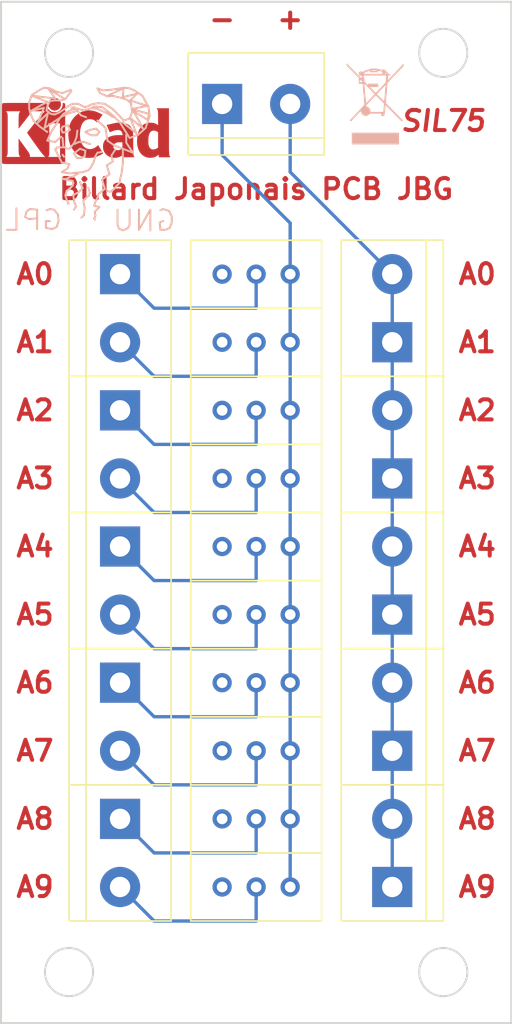
<source format=kicad_pcb>
(kicad_pcb (version 20171130) (host pcbnew 5.0.2+dfsg1-1)

  (general
    (thickness 1.6)
    (drawings 36)
    (tracks 39)
    (zones 0)
    (modules 24)
    (nets 1)
  )

  (page A4)
  (layers
    (0 F.Cu signal)
    (31 B.Cu signal)
    (32 B.Adhes user)
    (33 F.Adhes user)
    (34 B.Paste user)
    (35 F.Paste user)
    (36 B.SilkS user)
    (37 F.SilkS user)
    (38 B.Mask user hide)
    (39 F.Mask user)
    (40 Dwgs.User user hide)
    (41 Cmts.User user hide)
    (42 Eco1.User user hide)
    (43 Eco2.User user hide)
    (44 Edge.Cuts user)
    (45 Margin user)
    (46 B.CrtYd user)
    (47 F.CrtYd user)
    (48 B.Fab user hide)
    (49 F.Fab user hide)
  )

  (setup
    (last_trace_width 0.25)
    (trace_clearance 0.2)
    (zone_clearance 0.508)
    (zone_45_only no)
    (trace_min 0.2)
    (segment_width 0.2)
    (edge_width 0.15)
    (via_size 0.8)
    (via_drill 0.4)
    (via_min_size 0.4)
    (via_min_drill 0.3)
    (uvia_size 0.3)
    (uvia_drill 0.1)
    (uvias_allowed no)
    (uvia_min_size 0.2)
    (uvia_min_drill 0.1)
    (pcb_text_width 0.3)
    (pcb_text_size 1.5 1.5)
    (mod_edge_width 0.15)
    (mod_text_size 1 1)
    (mod_text_width 0.15)
    (pad_size 1.524 1.524)
    (pad_drill 0.762)
    (pad_to_mask_clearance 0.051)
    (solder_mask_min_width 0.25)
    (aux_axis_origin 0 0)
    (grid_origin 24.13 88.9)
    (visible_elements FFFFFF7F)
    (pcbplotparams
      (layerselection 0x010fc_ffffffff)
      (usegerberextensions false)
      (usegerberattributes false)
      (usegerberadvancedattributes false)
      (creategerberjobfile false)
      (excludeedgelayer true)
      (linewidth 0.150000)
      (plotframeref false)
      (viasonmask false)
      (mode 1)
      (useauxorigin false)
      (hpglpennumber 1)
      (hpglpenspeed 20)
      (hpglpendiameter 15.000000)
      (psnegative false)
      (psa4output false)
      (plotreference true)
      (plotvalue true)
      (plotinvisibletext false)
      (padsonsilk false)
      (subtractmaskfromsilk false)
      (outputformat 4)
      (mirror false)
      (drillshape 0)
      (scaleselection 1)
      (outputdirectory ""))
  )

  (net 0 "")

  (net_class Default "Ceci est la Netclass par défaut."
    (clearance 0.2)
    (trace_width 0.25)
    (via_dia 0.8)
    (via_drill 0.4)
    (uvia_dia 0.3)
    (uvia_drill 0.1)
  )

  (module TerminalBlock:TerminalBlock_bornier-2_P5.08mm (layer F.Cu) (tedit 5FD9B9A3) (tstamp 5FE6ABBC)
    (at 53.34 68.58 90)
    (descr "simple 2-pin terminal block, pitch 5.08mm, revamped version of bornier2")
    (tags "terminal block bornier2")
    (fp_text reference "" (at 2.54 -5.08 90) (layer F.SilkS) hide
      (effects (font (size 1 1) (thickness 0.15)))
    )
    (fp_text value T (at 2.54 5.08 90) (layer F.Fab) hide
      (effects (font (size 1 1) (thickness 0.15)))
    )
    (fp_text user "" (at 2.54 0 90) (layer F.Fab)
      (effects (font (size 1 1) (thickness 0.15)))
    )
    (fp_line (start -2.41 2.55) (end 7.49 2.55) (layer F.Fab) (width 0.1))
    (fp_line (start -2.46 -3.75) (end -2.46 3.75) (layer F.Fab) (width 0.1))
    (fp_line (start -2.46 3.75) (end 7.54 3.75) (layer F.Fab) (width 0.1))
    (fp_line (start 7.54 3.75) (end 7.54 -3.75) (layer F.Fab) (width 0.1))
    (fp_line (start 7.54 -3.75) (end -2.46 -3.75) (layer F.Fab) (width 0.1))
    (fp_line (start 7.62 2.54) (end -2.54 2.54) (layer F.SilkS) (width 0.12))
    (fp_line (start 7.62 3.81) (end 7.62 -3.81) (layer F.SilkS) (width 0.12))
    (fp_line (start 7.62 -3.81) (end -2.54 -3.81) (layer F.SilkS) (width 0.12))
    (fp_line (start -2.54 -3.81) (end -2.54 3.81) (layer F.SilkS) (width 0.12))
    (fp_line (start -2.54 3.81) (end 7.62 3.81) (layer F.SilkS) (width 0.12))
    (fp_line (start -2.71 -4) (end 7.79 -4) (layer F.CrtYd) (width 0.05))
    (fp_line (start -2.71 -4) (end -2.71 4) (layer F.CrtYd) (width 0.05))
    (fp_line (start 7.79 4) (end 7.79 -4) (layer F.CrtYd) (width 0.05))
    (fp_line (start 7.79 4) (end -2.71 4) (layer F.CrtYd) (width 0.05))
    (pad 1 thru_hole rect (at 0 0 90) (size 3 3) (drill 1.52) (layers *.Cu *.Mask))
    (pad 2 thru_hole circle (at 5.08 0 90) (size 3 3) (drill 1.52) (layers *.Cu *.Mask))
    (model ${KISYS3DMOD}/TerminalBlock.3dshapes/TerminalBlock_bornier-2_P5.08mm.wrl
      (offset (xyz 2.539999961853027 0 0))
      (scale (xyz 1 1 1))
      (rotate (xyz 0 0 0))
    )
  )

  (module TerminalBlock:TerminalBlock_bornier-2_P5.08mm (layer F.Cu) (tedit 5FD9B9AC) (tstamp 5FE6ABBC)
    (at 40.64 20.32)
    (descr "simple 2-pin terminal block, pitch 5.08mm, revamped version of bornier2")
    (tags "terminal block bornier2")
    (fp_text reference "" (at 2.54 -5.08) (layer F.SilkS) hide
      (effects (font (size 1 1) (thickness 0.15)))
    )
    (fp_text value T (at 2.54 5.08) (layer F.Fab) hide
      (effects (font (size 1 1) (thickness 0.15)))
    )
    (fp_text user "" (at 2.54 0) (layer F.Fab)
      (effects (font (size 1 1) (thickness 0.15)))
    )
    (fp_line (start -2.41 2.55) (end 7.49 2.55) (layer F.Fab) (width 0.1))
    (fp_line (start -2.46 -3.75) (end -2.46 3.75) (layer F.Fab) (width 0.1))
    (fp_line (start -2.46 3.75) (end 7.54 3.75) (layer F.Fab) (width 0.1))
    (fp_line (start 7.54 3.75) (end 7.54 -3.75) (layer F.Fab) (width 0.1))
    (fp_line (start 7.54 -3.75) (end -2.46 -3.75) (layer F.Fab) (width 0.1))
    (fp_line (start 7.62 2.54) (end -2.54 2.54) (layer F.SilkS) (width 0.12))
    (fp_line (start 7.62 3.81) (end 7.62 -3.81) (layer F.SilkS) (width 0.12))
    (fp_line (start 7.62 -3.81) (end -2.54 -3.81) (layer F.SilkS) (width 0.12))
    (fp_line (start -2.54 -3.81) (end -2.54 3.81) (layer F.SilkS) (width 0.12))
    (fp_line (start -2.54 3.81) (end 7.62 3.81) (layer F.SilkS) (width 0.12))
    (fp_line (start -2.71 -4) (end 7.79 -4) (layer F.CrtYd) (width 0.05))
    (fp_line (start -2.71 -4) (end -2.71 4) (layer F.CrtYd) (width 0.05))
    (fp_line (start 7.79 4) (end 7.79 -4) (layer F.CrtYd) (width 0.05))
    (fp_line (start 7.79 4) (end -2.71 4) (layer F.CrtYd) (width 0.05))
    (pad 1 thru_hole rect (at 0 0) (size 3 3) (drill 1.52) (layers *.Cu *.Mask))
    (pad 2 thru_hole circle (at 5.08 0) (size 3 3) (drill 1.52) (layers *.Cu *.Mask))
    (model ${KISYS3DMOD}/TerminalBlock.3dshapes/TerminalBlock_bornier-2_P5.08mm.wrl
      (offset (xyz 2.539999961853027 0 0))
      (scale (xyz 1 1 1))
      (rotate (xyz 0 0 0))
    )
  )

  (module TerminalBlock:TerminalBlock_bornier-2_P5.08mm (layer F.Cu) (tedit 5FD9B9A7) (tstamp 5FE6ABBC)
    (at 53.34 78.74 90)
    (descr "simple 2-pin terminal block, pitch 5.08mm, revamped version of bornier2")
    (tags "terminal block bornier2")
    (fp_text reference "" (at 2.54 -5.08 90) (layer F.SilkS) hide
      (effects (font (size 1 1) (thickness 0.15)))
    )
    (fp_text value T (at 2.54 5.08 90) (layer F.Fab) hide
      (effects (font (size 1 1) (thickness 0.15)))
    )
    (fp_text user "" (at 2.54 0 90) (layer F.Fab)
      (effects (font (size 1 1) (thickness 0.15)))
    )
    (fp_line (start -2.41 2.55) (end 7.49 2.55) (layer F.Fab) (width 0.1))
    (fp_line (start -2.46 -3.75) (end -2.46 3.75) (layer F.Fab) (width 0.1))
    (fp_line (start -2.46 3.75) (end 7.54 3.75) (layer F.Fab) (width 0.1))
    (fp_line (start 7.54 3.75) (end 7.54 -3.75) (layer F.Fab) (width 0.1))
    (fp_line (start 7.54 -3.75) (end -2.46 -3.75) (layer F.Fab) (width 0.1))
    (fp_line (start 7.62 2.54) (end -2.54 2.54) (layer F.SilkS) (width 0.12))
    (fp_line (start 7.62 3.81) (end 7.62 -3.81) (layer F.SilkS) (width 0.12))
    (fp_line (start 7.62 -3.81) (end -2.54 -3.81) (layer F.SilkS) (width 0.12))
    (fp_line (start -2.54 -3.81) (end -2.54 3.81) (layer F.SilkS) (width 0.12))
    (fp_line (start -2.54 3.81) (end 7.62 3.81) (layer F.SilkS) (width 0.12))
    (fp_line (start -2.71 -4) (end 7.79 -4) (layer F.CrtYd) (width 0.05))
    (fp_line (start -2.71 -4) (end -2.71 4) (layer F.CrtYd) (width 0.05))
    (fp_line (start 7.79 4) (end 7.79 -4) (layer F.CrtYd) (width 0.05))
    (fp_line (start 7.79 4) (end -2.71 4) (layer F.CrtYd) (width 0.05))
    (pad 1 thru_hole rect (at 0 0 90) (size 3 3) (drill 1.52) (layers *.Cu *.Mask))
    (pad 2 thru_hole circle (at 5.08 0 90) (size 3 3) (drill 1.52) (layers *.Cu *.Mask))
    (model ${KISYS3DMOD}/TerminalBlock.3dshapes/TerminalBlock_bornier-2_P5.08mm.wrl
      (offset (xyz 2.539999961853027 0 0))
      (scale (xyz 1 1 1))
      (rotate (xyz 0 0 0))
    )
  )

  (module TerminalBlock:TerminalBlock_bornier-2_P5.08mm (layer F.Cu) (tedit 5FD9B995) (tstamp 5FE6ABBC)
    (at 53.34 58.42 90)
    (descr "simple 2-pin terminal block, pitch 5.08mm, revamped version of bornier2")
    (tags "terminal block bornier2")
    (fp_text reference "" (at 2.54 -5.08 90) (layer F.SilkS) hide
      (effects (font (size 1 1) (thickness 0.15)))
    )
    (fp_text value T (at 2.54 5.08 90) (layer F.Fab) hide
      (effects (font (size 1 1) (thickness 0.15)))
    )
    (fp_text user "" (at 2.54 0 90) (layer F.Fab)
      (effects (font (size 1 1) (thickness 0.15)))
    )
    (fp_line (start -2.41 2.55) (end 7.49 2.55) (layer F.Fab) (width 0.1))
    (fp_line (start -2.46 -3.75) (end -2.46 3.75) (layer F.Fab) (width 0.1))
    (fp_line (start -2.46 3.75) (end 7.54 3.75) (layer F.Fab) (width 0.1))
    (fp_line (start 7.54 3.75) (end 7.54 -3.75) (layer F.Fab) (width 0.1))
    (fp_line (start 7.54 -3.75) (end -2.46 -3.75) (layer F.Fab) (width 0.1))
    (fp_line (start 7.62 2.54) (end -2.54 2.54) (layer F.SilkS) (width 0.12))
    (fp_line (start 7.62 3.81) (end 7.62 -3.81) (layer F.SilkS) (width 0.12))
    (fp_line (start 7.62 -3.81) (end -2.54 -3.81) (layer F.SilkS) (width 0.12))
    (fp_line (start -2.54 -3.81) (end -2.54 3.81) (layer F.SilkS) (width 0.12))
    (fp_line (start -2.54 3.81) (end 7.62 3.81) (layer F.SilkS) (width 0.12))
    (fp_line (start -2.71 -4) (end 7.79 -4) (layer F.CrtYd) (width 0.05))
    (fp_line (start -2.71 -4) (end -2.71 4) (layer F.CrtYd) (width 0.05))
    (fp_line (start 7.79 4) (end 7.79 -4) (layer F.CrtYd) (width 0.05))
    (fp_line (start 7.79 4) (end -2.71 4) (layer F.CrtYd) (width 0.05))
    (pad 1 thru_hole rect (at 0 0 90) (size 3 3) (drill 1.52) (layers *.Cu *.Mask))
    (pad 2 thru_hole circle (at 5.08 0 90) (size 3 3) (drill 1.52) (layers *.Cu *.Mask))
    (model ${KISYS3DMOD}/TerminalBlock.3dshapes/TerminalBlock_bornier-2_P5.08mm.wrl
      (offset (xyz 2.539999961853027 0 0))
      (scale (xyz 1 1 1))
      (rotate (xyz 0 0 0))
    )
  )

  (module TerminalBlock:TerminalBlock_bornier-2_P5.08mm (layer F.Cu) (tedit 5FD9B991) (tstamp 5FE6ABBC)
    (at 53.34 48.26 90)
    (descr "simple 2-pin terminal block, pitch 5.08mm, revamped version of bornier2")
    (tags "terminal block bornier2")
    (fp_text reference "" (at 2.54 -5.08 90) (layer F.SilkS) hide
      (effects (font (size 1 1) (thickness 0.15)))
    )
    (fp_text value T (at 2.54 5.08 90) (layer F.Fab) hide
      (effects (font (size 1 1) (thickness 0.15)))
    )
    (fp_text user "" (at 2.54 0 90) (layer F.Fab)
      (effects (font (size 1 1) (thickness 0.15)))
    )
    (fp_line (start -2.41 2.55) (end 7.49 2.55) (layer F.Fab) (width 0.1))
    (fp_line (start -2.46 -3.75) (end -2.46 3.75) (layer F.Fab) (width 0.1))
    (fp_line (start -2.46 3.75) (end 7.54 3.75) (layer F.Fab) (width 0.1))
    (fp_line (start 7.54 3.75) (end 7.54 -3.75) (layer F.Fab) (width 0.1))
    (fp_line (start 7.54 -3.75) (end -2.46 -3.75) (layer F.Fab) (width 0.1))
    (fp_line (start 7.62 2.54) (end -2.54 2.54) (layer F.SilkS) (width 0.12))
    (fp_line (start 7.62 3.81) (end 7.62 -3.81) (layer F.SilkS) (width 0.12))
    (fp_line (start 7.62 -3.81) (end -2.54 -3.81) (layer F.SilkS) (width 0.12))
    (fp_line (start -2.54 -3.81) (end -2.54 3.81) (layer F.SilkS) (width 0.12))
    (fp_line (start -2.54 3.81) (end 7.62 3.81) (layer F.SilkS) (width 0.12))
    (fp_line (start -2.71 -4) (end 7.79 -4) (layer F.CrtYd) (width 0.05))
    (fp_line (start -2.71 -4) (end -2.71 4) (layer F.CrtYd) (width 0.05))
    (fp_line (start 7.79 4) (end 7.79 -4) (layer F.CrtYd) (width 0.05))
    (fp_line (start 7.79 4) (end -2.71 4) (layer F.CrtYd) (width 0.05))
    (pad 1 thru_hole rect (at 0 0 90) (size 3 3) (drill 1.52) (layers *.Cu *.Mask))
    (pad 2 thru_hole circle (at 5.08 0 90) (size 3 3) (drill 1.52) (layers *.Cu *.Mask))
    (model ${KISYS3DMOD}/TerminalBlock.3dshapes/TerminalBlock_bornier-2_P5.08mm.wrl
      (offset (xyz 2.539999961853027 0 0))
      (scale (xyz 1 1 1))
      (rotate (xyz 0 0 0))
    )
  )

  (module TerminalBlock:TerminalBlock_bornier-2_P5.08mm (layer F.Cu) (tedit 5FD9B989) (tstamp 5FE6ABBC)
    (at 33.02 73.66 270)
    (descr "simple 2-pin terminal block, pitch 5.08mm, revamped version of bornier2")
    (tags "terminal block bornier2")
    (fp_text reference "" (at 2.54 -5.08 270) (layer F.SilkS) hide
      (effects (font (size 1 1) (thickness 0.15)))
    )
    (fp_text value T (at 2.54 5.08 270) (layer F.Fab) hide
      (effects (font (size 1 1) (thickness 0.15)))
    )
    (fp_text user "" (at 2.54 0 270) (layer F.Fab)
      (effects (font (size 1 1) (thickness 0.15)))
    )
    (fp_line (start -2.41 2.55) (end 7.49 2.55) (layer F.Fab) (width 0.1))
    (fp_line (start -2.46 -3.75) (end -2.46 3.75) (layer F.Fab) (width 0.1))
    (fp_line (start -2.46 3.75) (end 7.54 3.75) (layer F.Fab) (width 0.1))
    (fp_line (start 7.54 3.75) (end 7.54 -3.75) (layer F.Fab) (width 0.1))
    (fp_line (start 7.54 -3.75) (end -2.46 -3.75) (layer F.Fab) (width 0.1))
    (fp_line (start 7.62 2.54) (end -2.54 2.54) (layer F.SilkS) (width 0.12))
    (fp_line (start 7.62 3.81) (end 7.62 -3.81) (layer F.SilkS) (width 0.12))
    (fp_line (start 7.62 -3.81) (end -2.54 -3.81) (layer F.SilkS) (width 0.12))
    (fp_line (start -2.54 -3.81) (end -2.54 3.81) (layer F.SilkS) (width 0.12))
    (fp_line (start -2.54 3.81) (end 7.62 3.81) (layer F.SilkS) (width 0.12))
    (fp_line (start -2.71 -4) (end 7.79 -4) (layer F.CrtYd) (width 0.05))
    (fp_line (start -2.71 -4) (end -2.71 4) (layer F.CrtYd) (width 0.05))
    (fp_line (start 7.79 4) (end 7.79 -4) (layer F.CrtYd) (width 0.05))
    (fp_line (start 7.79 4) (end -2.71 4) (layer F.CrtYd) (width 0.05))
    (pad 1 thru_hole rect (at 0 0 270) (size 3 3) (drill 1.52) (layers *.Cu *.Mask))
    (pad 2 thru_hole circle (at 5.08 0 270) (size 3 3) (drill 1.52) (layers *.Cu *.Mask))
    (model ${KISYS3DMOD}/TerminalBlock.3dshapes/TerminalBlock_bornier-2_P5.08mm.wrl
      (offset (xyz 2.539999961853027 0 0))
      (scale (xyz 1 1 1))
      (rotate (xyz 0 0 0))
    )
  )

  (module TerminalBlock:TerminalBlock_bornier-2_P5.08mm (layer F.Cu) (tedit 5FD9B986) (tstamp 5FE6ABBC)
    (at 33.02 63.5 270)
    (descr "simple 2-pin terminal block, pitch 5.08mm, revamped version of bornier2")
    (tags "terminal block bornier2")
    (fp_text reference "" (at 2.54 -5.08 270) (layer F.SilkS) hide
      (effects (font (size 1 1) (thickness 0.15)))
    )
    (fp_text value T (at 2.54 5.08 270) (layer F.Fab) hide
      (effects (font (size 1 1) (thickness 0.15)))
    )
    (fp_text user "" (at 2.54 0 270) (layer F.Fab)
      (effects (font (size 1 1) (thickness 0.15)))
    )
    (fp_line (start -2.41 2.55) (end 7.49 2.55) (layer F.Fab) (width 0.1))
    (fp_line (start -2.46 -3.75) (end -2.46 3.75) (layer F.Fab) (width 0.1))
    (fp_line (start -2.46 3.75) (end 7.54 3.75) (layer F.Fab) (width 0.1))
    (fp_line (start 7.54 3.75) (end 7.54 -3.75) (layer F.Fab) (width 0.1))
    (fp_line (start 7.54 -3.75) (end -2.46 -3.75) (layer F.Fab) (width 0.1))
    (fp_line (start 7.62 2.54) (end -2.54 2.54) (layer F.SilkS) (width 0.12))
    (fp_line (start 7.62 3.81) (end 7.62 -3.81) (layer F.SilkS) (width 0.12))
    (fp_line (start 7.62 -3.81) (end -2.54 -3.81) (layer F.SilkS) (width 0.12))
    (fp_line (start -2.54 -3.81) (end -2.54 3.81) (layer F.SilkS) (width 0.12))
    (fp_line (start -2.54 3.81) (end 7.62 3.81) (layer F.SilkS) (width 0.12))
    (fp_line (start -2.71 -4) (end 7.79 -4) (layer F.CrtYd) (width 0.05))
    (fp_line (start -2.71 -4) (end -2.71 4) (layer F.CrtYd) (width 0.05))
    (fp_line (start 7.79 4) (end 7.79 -4) (layer F.CrtYd) (width 0.05))
    (fp_line (start 7.79 4) (end -2.71 4) (layer F.CrtYd) (width 0.05))
    (pad 1 thru_hole rect (at 0 0 270) (size 3 3) (drill 1.52) (layers *.Cu *.Mask))
    (pad 2 thru_hole circle (at 5.08 0 270) (size 3 3) (drill 1.52) (layers *.Cu *.Mask))
    (model ${KISYS3DMOD}/TerminalBlock.3dshapes/TerminalBlock_bornier-2_P5.08mm.wrl
      (offset (xyz 2.539999961853027 0 0))
      (scale (xyz 1 1 1))
      (rotate (xyz 0 0 0))
    )
  )

  (module TerminalBlock:TerminalBlock_bornier-2_P5.08mm (layer F.Cu) (tedit 5FD9B97F) (tstamp 5FE6ABBC)
    (at 33.02 53.34 270)
    (descr "simple 2-pin terminal block, pitch 5.08mm, revamped version of bornier2")
    (tags "terminal block bornier2")
    (fp_text reference "" (at 2.54 -5.08 270) (layer F.SilkS) hide
      (effects (font (size 1 1) (thickness 0.15)))
    )
    (fp_text value T (at 2.54 5.08 270) (layer F.Fab) hide
      (effects (font (size 1 1) (thickness 0.15)))
    )
    (fp_text user "" (at 2.54 0 270) (layer F.Fab)
      (effects (font (size 1 1) (thickness 0.15)))
    )
    (fp_line (start -2.41 2.55) (end 7.49 2.55) (layer F.Fab) (width 0.1))
    (fp_line (start -2.46 -3.75) (end -2.46 3.75) (layer F.Fab) (width 0.1))
    (fp_line (start -2.46 3.75) (end 7.54 3.75) (layer F.Fab) (width 0.1))
    (fp_line (start 7.54 3.75) (end 7.54 -3.75) (layer F.Fab) (width 0.1))
    (fp_line (start 7.54 -3.75) (end -2.46 -3.75) (layer F.Fab) (width 0.1))
    (fp_line (start 7.62 2.54) (end -2.54 2.54) (layer F.SilkS) (width 0.12))
    (fp_line (start 7.62 3.81) (end 7.62 -3.81) (layer F.SilkS) (width 0.12))
    (fp_line (start 7.62 -3.81) (end -2.54 -3.81) (layer F.SilkS) (width 0.12))
    (fp_line (start -2.54 -3.81) (end -2.54 3.81) (layer F.SilkS) (width 0.12))
    (fp_line (start -2.54 3.81) (end 7.62 3.81) (layer F.SilkS) (width 0.12))
    (fp_line (start -2.71 -4) (end 7.79 -4) (layer F.CrtYd) (width 0.05))
    (fp_line (start -2.71 -4) (end -2.71 4) (layer F.CrtYd) (width 0.05))
    (fp_line (start 7.79 4) (end 7.79 -4) (layer F.CrtYd) (width 0.05))
    (fp_line (start 7.79 4) (end -2.71 4) (layer F.CrtYd) (width 0.05))
    (pad 1 thru_hole rect (at 0 0 270) (size 3 3) (drill 1.52) (layers *.Cu *.Mask))
    (pad 2 thru_hole circle (at 5.08 0 270) (size 3 3) (drill 1.52) (layers *.Cu *.Mask))
    (model ${KISYS3DMOD}/TerminalBlock.3dshapes/TerminalBlock_bornier-2_P5.08mm.wrl
      (offset (xyz 2.539999961853027 0 0))
      (scale (xyz 1 1 1))
      (rotate (xyz 0 0 0))
    )
  )

  (module TerminalBlock:TerminalBlock_bornier-2_P5.08mm (layer F.Cu) (tedit 5FD9B97A) (tstamp 5FE6ABBC)
    (at 33.02 43.18 270)
    (descr "simple 2-pin terminal block, pitch 5.08mm, revamped version of bornier2")
    (tags "terminal block bornier2")
    (fp_text reference "" (at 2.54 -5.08 270) (layer F.SilkS) hide
      (effects (font (size 1 1) (thickness 0.15)))
    )
    (fp_text value T (at 2.54 5.08 270) (layer F.Fab) hide
      (effects (font (size 1 1) (thickness 0.15)))
    )
    (fp_text user "" (at 2.54 0 270) (layer F.Fab)
      (effects (font (size 1 1) (thickness 0.15)))
    )
    (fp_line (start -2.41 2.55) (end 7.49 2.55) (layer F.Fab) (width 0.1))
    (fp_line (start -2.46 -3.75) (end -2.46 3.75) (layer F.Fab) (width 0.1))
    (fp_line (start -2.46 3.75) (end 7.54 3.75) (layer F.Fab) (width 0.1))
    (fp_line (start 7.54 3.75) (end 7.54 -3.75) (layer F.Fab) (width 0.1))
    (fp_line (start 7.54 -3.75) (end -2.46 -3.75) (layer F.Fab) (width 0.1))
    (fp_line (start 7.62 2.54) (end -2.54 2.54) (layer F.SilkS) (width 0.12))
    (fp_line (start 7.62 3.81) (end 7.62 -3.81) (layer F.SilkS) (width 0.12))
    (fp_line (start 7.62 -3.81) (end -2.54 -3.81) (layer F.SilkS) (width 0.12))
    (fp_line (start -2.54 -3.81) (end -2.54 3.81) (layer F.SilkS) (width 0.12))
    (fp_line (start -2.54 3.81) (end 7.62 3.81) (layer F.SilkS) (width 0.12))
    (fp_line (start -2.71 -4) (end 7.79 -4) (layer F.CrtYd) (width 0.05))
    (fp_line (start -2.71 -4) (end -2.71 4) (layer F.CrtYd) (width 0.05))
    (fp_line (start 7.79 4) (end 7.79 -4) (layer F.CrtYd) (width 0.05))
    (fp_line (start 7.79 4) (end -2.71 4) (layer F.CrtYd) (width 0.05))
    (pad 1 thru_hole rect (at 0 0 270) (size 3 3) (drill 1.52) (layers *.Cu *.Mask))
    (pad 2 thru_hole circle (at 5.08 0 270) (size 3 3) (drill 1.52) (layers *.Cu *.Mask))
    (model ${KISYS3DMOD}/TerminalBlock.3dshapes/TerminalBlock_bornier-2_P5.08mm.wrl
      (offset (xyz 2.539999961853027 0 0))
      (scale (xyz 1 1 1))
      (rotate (xyz 0 0 0))
    )
  )

  (module TerminalBlock:TerminalBlock_bornier-2_P5.08mm (layer F.Cu) (tedit 5FD9B98D) (tstamp 5FE6ABBC)
    (at 53.34 38.1 90)
    (descr "simple 2-pin terminal block, pitch 5.08mm, revamped version of bornier2")
    (tags "terminal block bornier2")
    (fp_text reference "" (at 2.54 -5.08 90) (layer F.SilkS) hide
      (effects (font (size 1 1) (thickness 0.15)))
    )
    (fp_text value T (at 2.54 5.08 90) (layer F.Fab) hide
      (effects (font (size 1 1) (thickness 0.15)))
    )
    (fp_text user "" (at 2.54 0 90) (layer F.Fab)
      (effects (font (size 1 1) (thickness 0.15)))
    )
    (fp_line (start -2.41 2.55) (end 7.49 2.55) (layer F.Fab) (width 0.1))
    (fp_line (start -2.46 -3.75) (end -2.46 3.75) (layer F.Fab) (width 0.1))
    (fp_line (start -2.46 3.75) (end 7.54 3.75) (layer F.Fab) (width 0.1))
    (fp_line (start 7.54 3.75) (end 7.54 -3.75) (layer F.Fab) (width 0.1))
    (fp_line (start 7.54 -3.75) (end -2.46 -3.75) (layer F.Fab) (width 0.1))
    (fp_line (start 7.62 2.54) (end -2.54 2.54) (layer F.SilkS) (width 0.12))
    (fp_line (start 7.62 3.81) (end 7.62 -3.81) (layer F.SilkS) (width 0.12))
    (fp_line (start 7.62 -3.81) (end -2.54 -3.81) (layer F.SilkS) (width 0.12))
    (fp_line (start -2.54 -3.81) (end -2.54 3.81) (layer F.SilkS) (width 0.12))
    (fp_line (start -2.54 3.81) (end 7.62 3.81) (layer F.SilkS) (width 0.12))
    (fp_line (start -2.71 -4) (end 7.79 -4) (layer F.CrtYd) (width 0.05))
    (fp_line (start -2.71 -4) (end -2.71 4) (layer F.CrtYd) (width 0.05))
    (fp_line (start 7.79 4) (end 7.79 -4) (layer F.CrtYd) (width 0.05))
    (fp_line (start 7.79 4) (end -2.71 4) (layer F.CrtYd) (width 0.05))
    (pad 1 thru_hole rect (at 0 0 90) (size 3 3) (drill 1.52) (layers *.Cu *.Mask))
    (pad 2 thru_hole circle (at 5.08 0 90) (size 3 3) (drill 1.52) (layers *.Cu *.Mask))
    (model ${KISYS3DMOD}/TerminalBlock.3dshapes/TerminalBlock_bornier-2_P5.08mm.wrl
      (offset (xyz 2.539999961853027 0 0))
      (scale (xyz 1 1 1))
      (rotate (xyz 0 0 0))
    )
  )

  (module Potentiometer_THT:Potentiometer_Bourns_3296W_Vertical (layer F.Cu) (tedit 5FD9B82F) (tstamp 5FE65714)
    (at 45.72 78.74)
    (descr "Potentiometer, vertical, Bourns 3296W, https://www.bourns.com/pdfs/3296.pdf")
    (tags "Potentiometer vertical Bourns 3296W")
    (fp_text reference "" (at -2.54 -3.66) (layer F.SilkS) hide
      (effects (font (size 1 1) (thickness 0.15)))
    )
    (fp_text value "" (at -2.54 3.67) (layer F.Fab)
      (effects (font (size 1 1) (thickness 0.15)))
    )
    (fp_circle (center 0.955 1.15) (end 2.05 1.15) (layer F.Fab) (width 0.1))
    (fp_line (start -7.305 -2.41) (end -7.305 2.42) (layer F.Fab) (width 0.1))
    (fp_line (start -7.305 2.42) (end 2.225 2.42) (layer F.Fab) (width 0.1))
    (fp_line (start 2.225 2.42) (end 2.225 -2.41) (layer F.Fab) (width 0.1))
    (fp_line (start 2.225 -2.41) (end -7.305 -2.41) (layer F.Fab) (width 0.1))
    (fp_line (start 0.955 2.235) (end 0.956 0.066) (layer F.Fab) (width 0.1))
    (fp_line (start 0.955 2.235) (end 0.956 0.066) (layer F.Fab) (width 0.1))
    (fp_line (start -7.425 -2.53) (end 2.345 -2.53) (layer F.SilkS) (width 0.12))
    (fp_line (start -7.425 2.54) (end 2.345 2.54) (layer F.SilkS) (width 0.12))
    (fp_line (start -7.425 -2.53) (end -7.425 2.54) (layer F.SilkS) (width 0.12))
    (fp_line (start 2.345 -2.53) (end 2.345 2.54) (layer F.SilkS) (width 0.12))
    (fp_line (start -7.6 -2.7) (end -7.6 2.7) (layer F.CrtYd) (width 0.05))
    (fp_line (start -7.6 2.7) (end 2.5 2.7) (layer F.CrtYd) (width 0.05))
    (fp_line (start 2.5 2.7) (end 2.5 -2.7) (layer F.CrtYd) (width 0.05))
    (fp_line (start 2.5 -2.7) (end -7.6 -2.7) (layer F.CrtYd) (width 0.05))
    (fp_text user 3296w (at -3.175 0.005) (layer F.Fab)
      (effects (font (size 1 1) (thickness 0.15)))
    )
    (pad 1 thru_hole circle (at 0 0) (size 1.44 1.44) (drill 0.8) (layers *.Cu *.Mask))
    (pad 2 thru_hole circle (at -2.54 0) (size 1.44 1.44) (drill 0.8) (layers *.Cu *.Mask))
    (pad 3 thru_hole circle (at -5.08 0) (size 1.44 1.44) (drill 0.8) (layers *.Cu *.Mask))
    (model ${KISYS3DMOD}/Potentiometer_THT.3dshapes/Potentiometer_Bourns_3296W_Vertical.wrl
      (at (xyz 0 0 0))
      (scale (xyz 1 1 1))
      (rotate (xyz 0 0 0))
    )
  )

  (module Potentiometer_THT:Potentiometer_Bourns_3296W_Vertical (layer F.Cu) (tedit 5FD9B82F) (tstamp 5FE65714)
    (at 45.72 73.66)
    (descr "Potentiometer, vertical, Bourns 3296W, https://www.bourns.com/pdfs/3296.pdf")
    (tags "Potentiometer vertical Bourns 3296W")
    (fp_text reference "" (at -2.54 -3.66) (layer F.SilkS) hide
      (effects (font (size 1 1) (thickness 0.15)))
    )
    (fp_text value "" (at -2.54 3.67) (layer F.Fab)
      (effects (font (size 1 1) (thickness 0.15)))
    )
    (fp_circle (center 0.955 1.15) (end 2.05 1.15) (layer F.Fab) (width 0.1))
    (fp_line (start -7.305 -2.41) (end -7.305 2.42) (layer F.Fab) (width 0.1))
    (fp_line (start -7.305 2.42) (end 2.225 2.42) (layer F.Fab) (width 0.1))
    (fp_line (start 2.225 2.42) (end 2.225 -2.41) (layer F.Fab) (width 0.1))
    (fp_line (start 2.225 -2.41) (end -7.305 -2.41) (layer F.Fab) (width 0.1))
    (fp_line (start 0.955 2.235) (end 0.956 0.066) (layer F.Fab) (width 0.1))
    (fp_line (start 0.955 2.235) (end 0.956 0.066) (layer F.Fab) (width 0.1))
    (fp_line (start -7.425 -2.53) (end 2.345 -2.53) (layer F.SilkS) (width 0.12))
    (fp_line (start -7.425 2.54) (end 2.345 2.54) (layer F.SilkS) (width 0.12))
    (fp_line (start -7.425 -2.53) (end -7.425 2.54) (layer F.SilkS) (width 0.12))
    (fp_line (start 2.345 -2.53) (end 2.345 2.54) (layer F.SilkS) (width 0.12))
    (fp_line (start -7.6 -2.7) (end -7.6 2.7) (layer F.CrtYd) (width 0.05))
    (fp_line (start -7.6 2.7) (end 2.5 2.7) (layer F.CrtYd) (width 0.05))
    (fp_line (start 2.5 2.7) (end 2.5 -2.7) (layer F.CrtYd) (width 0.05))
    (fp_line (start 2.5 -2.7) (end -7.6 -2.7) (layer F.CrtYd) (width 0.05))
    (fp_text user 3296w (at -3.175 0.005) (layer F.Fab)
      (effects (font (size 1 1) (thickness 0.15)))
    )
    (pad 1 thru_hole circle (at 0 0) (size 1.44 1.44) (drill 0.8) (layers *.Cu *.Mask))
    (pad 2 thru_hole circle (at -2.54 0) (size 1.44 1.44) (drill 0.8) (layers *.Cu *.Mask))
    (pad 3 thru_hole circle (at -5.08 0) (size 1.44 1.44) (drill 0.8) (layers *.Cu *.Mask))
    (model ${KISYS3DMOD}/Potentiometer_THT.3dshapes/Potentiometer_Bourns_3296W_Vertical.wrl
      (at (xyz 0 0 0))
      (scale (xyz 1 1 1))
      (rotate (xyz 0 0 0))
    )
  )

  (module Potentiometer_THT:Potentiometer_Bourns_3296W_Vertical (layer F.Cu) (tedit 5FD9B82F) (tstamp 5FE65714)
    (at 45.72 68.58)
    (descr "Potentiometer, vertical, Bourns 3296W, https://www.bourns.com/pdfs/3296.pdf")
    (tags "Potentiometer vertical Bourns 3296W")
    (fp_text reference "" (at -2.54 -3.66) (layer F.SilkS) hide
      (effects (font (size 1 1) (thickness 0.15)))
    )
    (fp_text value "" (at -2.54 3.67) (layer F.Fab)
      (effects (font (size 1 1) (thickness 0.15)))
    )
    (fp_circle (center 0.955 1.15) (end 2.05 1.15) (layer F.Fab) (width 0.1))
    (fp_line (start -7.305 -2.41) (end -7.305 2.42) (layer F.Fab) (width 0.1))
    (fp_line (start -7.305 2.42) (end 2.225 2.42) (layer F.Fab) (width 0.1))
    (fp_line (start 2.225 2.42) (end 2.225 -2.41) (layer F.Fab) (width 0.1))
    (fp_line (start 2.225 -2.41) (end -7.305 -2.41) (layer F.Fab) (width 0.1))
    (fp_line (start 0.955 2.235) (end 0.956 0.066) (layer F.Fab) (width 0.1))
    (fp_line (start 0.955 2.235) (end 0.956 0.066) (layer F.Fab) (width 0.1))
    (fp_line (start -7.425 -2.53) (end 2.345 -2.53) (layer F.SilkS) (width 0.12))
    (fp_line (start -7.425 2.54) (end 2.345 2.54) (layer F.SilkS) (width 0.12))
    (fp_line (start -7.425 -2.53) (end -7.425 2.54) (layer F.SilkS) (width 0.12))
    (fp_line (start 2.345 -2.53) (end 2.345 2.54) (layer F.SilkS) (width 0.12))
    (fp_line (start -7.6 -2.7) (end -7.6 2.7) (layer F.CrtYd) (width 0.05))
    (fp_line (start -7.6 2.7) (end 2.5 2.7) (layer F.CrtYd) (width 0.05))
    (fp_line (start 2.5 2.7) (end 2.5 -2.7) (layer F.CrtYd) (width 0.05))
    (fp_line (start 2.5 -2.7) (end -7.6 -2.7) (layer F.CrtYd) (width 0.05))
    (fp_text user 3296w (at -3.175 0.005) (layer F.Fab)
      (effects (font (size 1 1) (thickness 0.15)))
    )
    (pad 1 thru_hole circle (at 0 0) (size 1.44 1.44) (drill 0.8) (layers *.Cu *.Mask))
    (pad 2 thru_hole circle (at -2.54 0) (size 1.44 1.44) (drill 0.8) (layers *.Cu *.Mask))
    (pad 3 thru_hole circle (at -5.08 0) (size 1.44 1.44) (drill 0.8) (layers *.Cu *.Mask))
    (model ${KISYS3DMOD}/Potentiometer_THT.3dshapes/Potentiometer_Bourns_3296W_Vertical.wrl
      (at (xyz 0 0 0))
      (scale (xyz 1 1 1))
      (rotate (xyz 0 0 0))
    )
  )

  (module Potentiometer_THT:Potentiometer_Bourns_3296W_Vertical (layer F.Cu) (tedit 5FD9B82F) (tstamp 5FE65714)
    (at 45.72 63.5)
    (descr "Potentiometer, vertical, Bourns 3296W, https://www.bourns.com/pdfs/3296.pdf")
    (tags "Potentiometer vertical Bourns 3296W")
    (fp_text reference "" (at -2.54 -3.66) (layer F.SilkS) hide
      (effects (font (size 1 1) (thickness 0.15)))
    )
    (fp_text value "" (at -2.54 3.67) (layer F.Fab)
      (effects (font (size 1 1) (thickness 0.15)))
    )
    (fp_circle (center 0.955 1.15) (end 2.05 1.15) (layer F.Fab) (width 0.1))
    (fp_line (start -7.305 -2.41) (end -7.305 2.42) (layer F.Fab) (width 0.1))
    (fp_line (start -7.305 2.42) (end 2.225 2.42) (layer F.Fab) (width 0.1))
    (fp_line (start 2.225 2.42) (end 2.225 -2.41) (layer F.Fab) (width 0.1))
    (fp_line (start 2.225 -2.41) (end -7.305 -2.41) (layer F.Fab) (width 0.1))
    (fp_line (start 0.955 2.235) (end 0.956 0.066) (layer F.Fab) (width 0.1))
    (fp_line (start 0.955 2.235) (end 0.956 0.066) (layer F.Fab) (width 0.1))
    (fp_line (start -7.425 -2.53) (end 2.345 -2.53) (layer F.SilkS) (width 0.12))
    (fp_line (start -7.425 2.54) (end 2.345 2.54) (layer F.SilkS) (width 0.12))
    (fp_line (start -7.425 -2.53) (end -7.425 2.54) (layer F.SilkS) (width 0.12))
    (fp_line (start 2.345 -2.53) (end 2.345 2.54) (layer F.SilkS) (width 0.12))
    (fp_line (start -7.6 -2.7) (end -7.6 2.7) (layer F.CrtYd) (width 0.05))
    (fp_line (start -7.6 2.7) (end 2.5 2.7) (layer F.CrtYd) (width 0.05))
    (fp_line (start 2.5 2.7) (end 2.5 -2.7) (layer F.CrtYd) (width 0.05))
    (fp_line (start 2.5 -2.7) (end -7.6 -2.7) (layer F.CrtYd) (width 0.05))
    (fp_text user 3296w (at -3.175 0.005) (layer F.Fab)
      (effects (font (size 1 1) (thickness 0.15)))
    )
    (pad 1 thru_hole circle (at 0 0) (size 1.44 1.44) (drill 0.8) (layers *.Cu *.Mask))
    (pad 2 thru_hole circle (at -2.54 0) (size 1.44 1.44) (drill 0.8) (layers *.Cu *.Mask))
    (pad 3 thru_hole circle (at -5.08 0) (size 1.44 1.44) (drill 0.8) (layers *.Cu *.Mask))
    (model ${KISYS3DMOD}/Potentiometer_THT.3dshapes/Potentiometer_Bourns_3296W_Vertical.wrl
      (at (xyz 0 0 0))
      (scale (xyz 1 1 1))
      (rotate (xyz 0 0 0))
    )
  )

  (module Potentiometer_THT:Potentiometer_Bourns_3296W_Vertical (layer F.Cu) (tedit 5FD9B82F) (tstamp 5FE65714)
    (at 45.72 58.42)
    (descr "Potentiometer, vertical, Bourns 3296W, https://www.bourns.com/pdfs/3296.pdf")
    (tags "Potentiometer vertical Bourns 3296W")
    (fp_text reference "" (at -2.54 -3.66) (layer F.SilkS) hide
      (effects (font (size 1 1) (thickness 0.15)))
    )
    (fp_text value "" (at -2.54 3.67) (layer F.Fab)
      (effects (font (size 1 1) (thickness 0.15)))
    )
    (fp_circle (center 0.955 1.15) (end 2.05 1.15) (layer F.Fab) (width 0.1))
    (fp_line (start -7.305 -2.41) (end -7.305 2.42) (layer F.Fab) (width 0.1))
    (fp_line (start -7.305 2.42) (end 2.225 2.42) (layer F.Fab) (width 0.1))
    (fp_line (start 2.225 2.42) (end 2.225 -2.41) (layer F.Fab) (width 0.1))
    (fp_line (start 2.225 -2.41) (end -7.305 -2.41) (layer F.Fab) (width 0.1))
    (fp_line (start 0.955 2.235) (end 0.956 0.066) (layer F.Fab) (width 0.1))
    (fp_line (start 0.955 2.235) (end 0.956 0.066) (layer F.Fab) (width 0.1))
    (fp_line (start -7.425 -2.53) (end 2.345 -2.53) (layer F.SilkS) (width 0.12))
    (fp_line (start -7.425 2.54) (end 2.345 2.54) (layer F.SilkS) (width 0.12))
    (fp_line (start -7.425 -2.53) (end -7.425 2.54) (layer F.SilkS) (width 0.12))
    (fp_line (start 2.345 -2.53) (end 2.345 2.54) (layer F.SilkS) (width 0.12))
    (fp_line (start -7.6 -2.7) (end -7.6 2.7) (layer F.CrtYd) (width 0.05))
    (fp_line (start -7.6 2.7) (end 2.5 2.7) (layer F.CrtYd) (width 0.05))
    (fp_line (start 2.5 2.7) (end 2.5 -2.7) (layer F.CrtYd) (width 0.05))
    (fp_line (start 2.5 -2.7) (end -7.6 -2.7) (layer F.CrtYd) (width 0.05))
    (fp_text user 3296w (at -3.175 0.005) (layer F.Fab)
      (effects (font (size 1 1) (thickness 0.15)))
    )
    (pad 1 thru_hole circle (at 0 0) (size 1.44 1.44) (drill 0.8) (layers *.Cu *.Mask))
    (pad 2 thru_hole circle (at -2.54 0) (size 1.44 1.44) (drill 0.8) (layers *.Cu *.Mask))
    (pad 3 thru_hole circle (at -5.08 0) (size 1.44 1.44) (drill 0.8) (layers *.Cu *.Mask))
    (model ${KISYS3DMOD}/Potentiometer_THT.3dshapes/Potentiometer_Bourns_3296W_Vertical.wrl
      (at (xyz 0 0 0))
      (scale (xyz 1 1 1))
      (rotate (xyz 0 0 0))
    )
  )

  (module Potentiometer_THT:Potentiometer_Bourns_3296W_Vertical (layer F.Cu) (tedit 5FD9B82F) (tstamp 5FE65714)
    (at 45.72 53.34)
    (descr "Potentiometer, vertical, Bourns 3296W, https://www.bourns.com/pdfs/3296.pdf")
    (tags "Potentiometer vertical Bourns 3296W")
    (fp_text reference "" (at -2.54 -3.66) (layer F.SilkS) hide
      (effects (font (size 1 1) (thickness 0.15)))
    )
    (fp_text value "" (at -2.54 3.67) (layer F.Fab)
      (effects (font (size 1 1) (thickness 0.15)))
    )
    (fp_circle (center 0.955 1.15) (end 2.05 1.15) (layer F.Fab) (width 0.1))
    (fp_line (start -7.305 -2.41) (end -7.305 2.42) (layer F.Fab) (width 0.1))
    (fp_line (start -7.305 2.42) (end 2.225 2.42) (layer F.Fab) (width 0.1))
    (fp_line (start 2.225 2.42) (end 2.225 -2.41) (layer F.Fab) (width 0.1))
    (fp_line (start 2.225 -2.41) (end -7.305 -2.41) (layer F.Fab) (width 0.1))
    (fp_line (start 0.955 2.235) (end 0.956 0.066) (layer F.Fab) (width 0.1))
    (fp_line (start 0.955 2.235) (end 0.956 0.066) (layer F.Fab) (width 0.1))
    (fp_line (start -7.425 -2.53) (end 2.345 -2.53) (layer F.SilkS) (width 0.12))
    (fp_line (start -7.425 2.54) (end 2.345 2.54) (layer F.SilkS) (width 0.12))
    (fp_line (start -7.425 -2.53) (end -7.425 2.54) (layer F.SilkS) (width 0.12))
    (fp_line (start 2.345 -2.53) (end 2.345 2.54) (layer F.SilkS) (width 0.12))
    (fp_line (start -7.6 -2.7) (end -7.6 2.7) (layer F.CrtYd) (width 0.05))
    (fp_line (start -7.6 2.7) (end 2.5 2.7) (layer F.CrtYd) (width 0.05))
    (fp_line (start 2.5 2.7) (end 2.5 -2.7) (layer F.CrtYd) (width 0.05))
    (fp_line (start 2.5 -2.7) (end -7.6 -2.7) (layer F.CrtYd) (width 0.05))
    (fp_text user 3296w (at -3.175 0.005) (layer F.Fab)
      (effects (font (size 1 1) (thickness 0.15)))
    )
    (pad 1 thru_hole circle (at 0 0) (size 1.44 1.44) (drill 0.8) (layers *.Cu *.Mask))
    (pad 2 thru_hole circle (at -2.54 0) (size 1.44 1.44) (drill 0.8) (layers *.Cu *.Mask))
    (pad 3 thru_hole circle (at -5.08 0) (size 1.44 1.44) (drill 0.8) (layers *.Cu *.Mask))
    (model ${KISYS3DMOD}/Potentiometer_THT.3dshapes/Potentiometer_Bourns_3296W_Vertical.wrl
      (at (xyz 0 0 0))
      (scale (xyz 1 1 1))
      (rotate (xyz 0 0 0))
    )
  )

  (module Potentiometer_THT:Potentiometer_Bourns_3296W_Vertical (layer F.Cu) (tedit 5FD9B82F) (tstamp 5FE65714)
    (at 45.72 48.26)
    (descr "Potentiometer, vertical, Bourns 3296W, https://www.bourns.com/pdfs/3296.pdf")
    (tags "Potentiometer vertical Bourns 3296W")
    (fp_text reference "" (at -2.54 -3.66) (layer F.SilkS) hide
      (effects (font (size 1 1) (thickness 0.15)))
    )
    (fp_text value "" (at -2.54 3.67) (layer F.Fab)
      (effects (font (size 1 1) (thickness 0.15)))
    )
    (fp_circle (center 0.955 1.15) (end 2.05 1.15) (layer F.Fab) (width 0.1))
    (fp_line (start -7.305 -2.41) (end -7.305 2.42) (layer F.Fab) (width 0.1))
    (fp_line (start -7.305 2.42) (end 2.225 2.42) (layer F.Fab) (width 0.1))
    (fp_line (start 2.225 2.42) (end 2.225 -2.41) (layer F.Fab) (width 0.1))
    (fp_line (start 2.225 -2.41) (end -7.305 -2.41) (layer F.Fab) (width 0.1))
    (fp_line (start 0.955 2.235) (end 0.956 0.066) (layer F.Fab) (width 0.1))
    (fp_line (start 0.955 2.235) (end 0.956 0.066) (layer F.Fab) (width 0.1))
    (fp_line (start -7.425 -2.53) (end 2.345 -2.53) (layer F.SilkS) (width 0.12))
    (fp_line (start -7.425 2.54) (end 2.345 2.54) (layer F.SilkS) (width 0.12))
    (fp_line (start -7.425 -2.53) (end -7.425 2.54) (layer F.SilkS) (width 0.12))
    (fp_line (start 2.345 -2.53) (end 2.345 2.54) (layer F.SilkS) (width 0.12))
    (fp_line (start -7.6 -2.7) (end -7.6 2.7) (layer F.CrtYd) (width 0.05))
    (fp_line (start -7.6 2.7) (end 2.5 2.7) (layer F.CrtYd) (width 0.05))
    (fp_line (start 2.5 2.7) (end 2.5 -2.7) (layer F.CrtYd) (width 0.05))
    (fp_line (start 2.5 -2.7) (end -7.6 -2.7) (layer F.CrtYd) (width 0.05))
    (fp_text user 3296w (at -3.175 0.005) (layer F.Fab)
      (effects (font (size 1 1) (thickness 0.15)))
    )
    (pad 1 thru_hole circle (at 0 0) (size 1.44 1.44) (drill 0.8) (layers *.Cu *.Mask))
    (pad 2 thru_hole circle (at -2.54 0) (size 1.44 1.44) (drill 0.8) (layers *.Cu *.Mask))
    (pad 3 thru_hole circle (at -5.08 0) (size 1.44 1.44) (drill 0.8) (layers *.Cu *.Mask))
    (model ${KISYS3DMOD}/Potentiometer_THT.3dshapes/Potentiometer_Bourns_3296W_Vertical.wrl
      (at (xyz 0 0 0))
      (scale (xyz 1 1 1))
      (rotate (xyz 0 0 0))
    )
  )

  (module Potentiometer_THT:Potentiometer_Bourns_3296W_Vertical (layer F.Cu) (tedit 5FD9B82F) (tstamp 5FE65714)
    (at 45.72 43.18)
    (descr "Potentiometer, vertical, Bourns 3296W, https://www.bourns.com/pdfs/3296.pdf")
    (tags "Potentiometer vertical Bourns 3296W")
    (fp_text reference "" (at -2.54 -3.66) (layer F.SilkS) hide
      (effects (font (size 1 1) (thickness 0.15)))
    )
    (fp_text value "" (at -2.54 3.67) (layer F.Fab)
      (effects (font (size 1 1) (thickness 0.15)))
    )
    (fp_circle (center 0.955 1.15) (end 2.05 1.15) (layer F.Fab) (width 0.1))
    (fp_line (start -7.305 -2.41) (end -7.305 2.42) (layer F.Fab) (width 0.1))
    (fp_line (start -7.305 2.42) (end 2.225 2.42) (layer F.Fab) (width 0.1))
    (fp_line (start 2.225 2.42) (end 2.225 -2.41) (layer F.Fab) (width 0.1))
    (fp_line (start 2.225 -2.41) (end -7.305 -2.41) (layer F.Fab) (width 0.1))
    (fp_line (start 0.955 2.235) (end 0.956 0.066) (layer F.Fab) (width 0.1))
    (fp_line (start 0.955 2.235) (end 0.956 0.066) (layer F.Fab) (width 0.1))
    (fp_line (start -7.425 -2.53) (end 2.345 -2.53) (layer F.SilkS) (width 0.12))
    (fp_line (start -7.425 2.54) (end 2.345 2.54) (layer F.SilkS) (width 0.12))
    (fp_line (start -7.425 -2.53) (end -7.425 2.54) (layer F.SilkS) (width 0.12))
    (fp_line (start 2.345 -2.53) (end 2.345 2.54) (layer F.SilkS) (width 0.12))
    (fp_line (start -7.6 -2.7) (end -7.6 2.7) (layer F.CrtYd) (width 0.05))
    (fp_line (start -7.6 2.7) (end 2.5 2.7) (layer F.CrtYd) (width 0.05))
    (fp_line (start 2.5 2.7) (end 2.5 -2.7) (layer F.CrtYd) (width 0.05))
    (fp_line (start 2.5 -2.7) (end -7.6 -2.7) (layer F.CrtYd) (width 0.05))
    (fp_text user 3296w (at -3.175 0.005) (layer F.Fab)
      (effects (font (size 1 1) (thickness 0.15)))
    )
    (pad 1 thru_hole circle (at 0 0) (size 1.44 1.44) (drill 0.8) (layers *.Cu *.Mask))
    (pad 2 thru_hole circle (at -2.54 0) (size 1.44 1.44) (drill 0.8) (layers *.Cu *.Mask))
    (pad 3 thru_hole circle (at -5.08 0) (size 1.44 1.44) (drill 0.8) (layers *.Cu *.Mask))
    (model ${KISYS3DMOD}/Potentiometer_THT.3dshapes/Potentiometer_Bourns_3296W_Vertical.wrl
      (at (xyz 0 0 0))
      (scale (xyz 1 1 1))
      (rotate (xyz 0 0 0))
    )
  )

  (module Potentiometer_THT:Potentiometer_Bourns_3296W_Vertical (layer F.Cu) (tedit 5FD9B82F) (tstamp 5FE65714)
    (at 45.72 38.1)
    (descr "Potentiometer, vertical, Bourns 3296W, https://www.bourns.com/pdfs/3296.pdf")
    (tags "Potentiometer vertical Bourns 3296W")
    (fp_text reference "" (at -2.54 -3.66) (layer F.SilkS) hide
      (effects (font (size 1 1) (thickness 0.15)))
    )
    (fp_text value "" (at -2.54 3.67) (layer F.Fab)
      (effects (font (size 1 1) (thickness 0.15)))
    )
    (fp_circle (center 0.955 1.15) (end 2.05 1.15) (layer F.Fab) (width 0.1))
    (fp_line (start -7.305 -2.41) (end -7.305 2.42) (layer F.Fab) (width 0.1))
    (fp_line (start -7.305 2.42) (end 2.225 2.42) (layer F.Fab) (width 0.1))
    (fp_line (start 2.225 2.42) (end 2.225 -2.41) (layer F.Fab) (width 0.1))
    (fp_line (start 2.225 -2.41) (end -7.305 -2.41) (layer F.Fab) (width 0.1))
    (fp_line (start 0.955 2.235) (end 0.956 0.066) (layer F.Fab) (width 0.1))
    (fp_line (start 0.955 2.235) (end 0.956 0.066) (layer F.Fab) (width 0.1))
    (fp_line (start -7.425 -2.53) (end 2.345 -2.53) (layer F.SilkS) (width 0.12))
    (fp_line (start -7.425 2.54) (end 2.345 2.54) (layer F.SilkS) (width 0.12))
    (fp_line (start -7.425 -2.53) (end -7.425 2.54) (layer F.SilkS) (width 0.12))
    (fp_line (start 2.345 -2.53) (end 2.345 2.54) (layer F.SilkS) (width 0.12))
    (fp_line (start -7.6 -2.7) (end -7.6 2.7) (layer F.CrtYd) (width 0.05))
    (fp_line (start -7.6 2.7) (end 2.5 2.7) (layer F.CrtYd) (width 0.05))
    (fp_line (start 2.5 2.7) (end 2.5 -2.7) (layer F.CrtYd) (width 0.05))
    (fp_line (start 2.5 -2.7) (end -7.6 -2.7) (layer F.CrtYd) (width 0.05))
    (fp_text user 3296w (at -3.175 0.005) (layer F.Fab)
      (effects (font (size 1 1) (thickness 0.15)))
    )
    (pad 1 thru_hole circle (at 0 0) (size 1.44 1.44) (drill 0.8) (layers *.Cu *.Mask))
    (pad 2 thru_hole circle (at -2.54 0) (size 1.44 1.44) (drill 0.8) (layers *.Cu *.Mask))
    (pad 3 thru_hole circle (at -5.08 0) (size 1.44 1.44) (drill 0.8) (layers *.Cu *.Mask))
    (model ${KISYS3DMOD}/Potentiometer_THT.3dshapes/Potentiometer_Bourns_3296W_Vertical.wrl
      (at (xyz 0 0 0))
      (scale (xyz 1 1 1))
      (rotate (xyz 0 0 0))
    )
  )

  (module Potentiometer_THT:Potentiometer_Bourns_3296W_Vertical (layer F.Cu) (tedit 5FD9B82F) (tstamp 5FE656A1)
    (at 45.72 33.02)
    (descr "Potentiometer, vertical, Bourns 3296W, https://www.bourns.com/pdfs/3296.pdf")
    (tags "Potentiometer vertical Bourns 3296W")
    (fp_text reference "" (at -2.54 -3.66) (layer F.SilkS) hide
      (effects (font (size 1 1) (thickness 0.15)))
    )
    (fp_text value "" (at -2.54 3.67) (layer F.Fab)
      (effects (font (size 1 1) (thickness 0.15)))
    )
    (fp_text user 3296w (at -3.175 0.005) (layer F.Fab)
      (effects (font (size 1 1) (thickness 0.15)))
    )
    (fp_line (start 2.5 -2.7) (end -7.6 -2.7) (layer F.CrtYd) (width 0.05))
    (fp_line (start 2.5 2.7) (end 2.5 -2.7) (layer F.CrtYd) (width 0.05))
    (fp_line (start -7.6 2.7) (end 2.5 2.7) (layer F.CrtYd) (width 0.05))
    (fp_line (start -7.6 -2.7) (end -7.6 2.7) (layer F.CrtYd) (width 0.05))
    (fp_line (start 2.345 -2.53) (end 2.345 2.54) (layer F.SilkS) (width 0.12))
    (fp_line (start -7.425 -2.53) (end -7.425 2.54) (layer F.SilkS) (width 0.12))
    (fp_line (start -7.425 2.54) (end 2.345 2.54) (layer F.SilkS) (width 0.12))
    (fp_line (start -7.425 -2.53) (end 2.345 -2.53) (layer F.SilkS) (width 0.12))
    (fp_line (start 0.955 2.235) (end 0.956 0.066) (layer F.Fab) (width 0.1))
    (fp_line (start 0.955 2.235) (end 0.956 0.066) (layer F.Fab) (width 0.1))
    (fp_line (start 2.225 -2.41) (end -7.305 -2.41) (layer F.Fab) (width 0.1))
    (fp_line (start 2.225 2.42) (end 2.225 -2.41) (layer F.Fab) (width 0.1))
    (fp_line (start -7.305 2.42) (end 2.225 2.42) (layer F.Fab) (width 0.1))
    (fp_line (start -7.305 -2.41) (end -7.305 2.42) (layer F.Fab) (width 0.1))
    (fp_circle (center 0.955 1.15) (end 2.05 1.15) (layer F.Fab) (width 0.1))
    (pad 3 thru_hole circle (at -5.08 0) (size 1.44 1.44) (drill 0.8) (layers *.Cu *.Mask))
    (pad 2 thru_hole circle (at -2.54 0) (size 1.44 1.44) (drill 0.8) (layers *.Cu *.Mask))
    (pad 1 thru_hole circle (at 0 0) (size 1.44 1.44) (drill 0.8) (layers *.Cu *.Mask))
    (model ${KISYS3DMOD}/Potentiometer_THT.3dshapes/Potentiometer_Bourns_3296W_Vertical.wrl
      (at (xyz 0 0 0))
      (scale (xyz 1 1 1))
      (rotate (xyz 0 0 0))
    )
  )

  (module TerminalBlock:TerminalBlock_bornier-2_P5.08mm (layer F.Cu) (tedit 5FD9B976) (tstamp 5FE6AB39)
    (at 33.02 33.02 270)
    (descr "simple 2-pin terminal block, pitch 5.08mm, revamped version of bornier2")
    (tags "terminal block bornier2")
    (fp_text reference "" (at 2.54 -5.08 270) (layer F.SilkS) hide
      (effects (font (size 1 1) (thickness 0.15)))
    )
    (fp_text value T (at 2.54 5.08 270) (layer F.Fab) hide
      (effects (font (size 1 1) (thickness 0.15)))
    )
    (fp_line (start 7.79 4) (end -2.71 4) (layer F.CrtYd) (width 0.05))
    (fp_line (start 7.79 4) (end 7.79 -4) (layer F.CrtYd) (width 0.05))
    (fp_line (start -2.71 -4) (end -2.71 4) (layer F.CrtYd) (width 0.05))
    (fp_line (start -2.71 -4) (end 7.79 -4) (layer F.CrtYd) (width 0.05))
    (fp_line (start -2.54 3.81) (end 7.62 3.81) (layer F.SilkS) (width 0.12))
    (fp_line (start -2.54 -3.81) (end -2.54 3.81) (layer F.SilkS) (width 0.12))
    (fp_line (start 7.62 -3.81) (end -2.54 -3.81) (layer F.SilkS) (width 0.12))
    (fp_line (start 7.62 3.81) (end 7.62 -3.81) (layer F.SilkS) (width 0.12))
    (fp_line (start 7.62 2.54) (end -2.54 2.54) (layer F.SilkS) (width 0.12))
    (fp_line (start 7.54 -3.75) (end -2.46 -3.75) (layer F.Fab) (width 0.1))
    (fp_line (start 7.54 3.75) (end 7.54 -3.75) (layer F.Fab) (width 0.1))
    (fp_line (start -2.46 3.75) (end 7.54 3.75) (layer F.Fab) (width 0.1))
    (fp_line (start -2.46 -3.75) (end -2.46 3.75) (layer F.Fab) (width 0.1))
    (fp_line (start -2.41 2.55) (end 7.49 2.55) (layer F.Fab) (width 0.1))
    (fp_text user "" (at 2.54 0 270) (layer F.Fab)
      (effects (font (size 1 1) (thickness 0.15)))
    )
    (pad 2 thru_hole circle (at 5.08 0 270) (size 3 3) (drill 1.52) (layers *.Cu *.Mask))
    (pad 1 thru_hole rect (at 0 0 270) (size 3 3) (drill 1.52) (layers *.Cu *.Mask))
    (model ${KISYS3DMOD}/TerminalBlock.3dshapes/TerminalBlock_bornier-2_P5.08mm.wrl
      (offset (xyz 2.539999961853027 0 0))
      (scale (xyz 1 1 1))
      (rotate (xyz 0 0 0))
    )
  )

  (module Symbol:KiCad-Logo_5mm_Copper (layer F.Cu) (tedit 60A3F981) (tstamp 60A425C9)
    (at 30.48 22.86)
    (descr "KiCad Logo")
    (tags "Logo KiCad")
    (attr virtual)
    (fp_text reference REF** (at 0 -3.7) (layer F.SilkS) hide
      (effects (font (size 1 1) (thickness 0.15)))
    )
    (fp_text value KiCad-Logo_5mm_Copper (at 0 2.8) (layer F.Fab)
      (effects (font (size 1 1) (thickness 0.15)))
    )
    (fp_poly (pts (xy -2.273043 -2.973429) (xy -2.176768 -2.949191) (xy -2.090184 -2.906359) (xy -2.015373 -2.846581)
      (xy -1.954418 -2.771506) (xy -1.909399 -2.68278) (xy -1.883136 -2.58647) (xy -1.877286 -2.489205)
      (xy -1.89214 -2.395346) (xy -1.92584 -2.307489) (xy -1.976528 -2.22823) (xy -2.042345 -2.160164)
      (xy -2.121434 -2.105888) (xy -2.211934 -2.067998) (xy -2.2632 -2.055574) (xy -2.307698 -2.048053)
      (xy -2.341999 -2.045081) (xy -2.37496 -2.046906) (xy -2.415434 -2.053775) (xy -2.448531 -2.06075)
      (xy -2.541947 -2.092259) (xy -2.625619 -2.143383) (xy -2.697665 -2.212571) (xy -2.7562 -2.298272)
      (xy -2.770148 -2.325511) (xy -2.786586 -2.361878) (xy -2.796894 -2.392418) (xy -2.80246 -2.42455)
      (xy -2.804669 -2.465693) (xy -2.804948 -2.511778) (xy -2.800861 -2.596135) (xy -2.787446 -2.665414)
      (xy -2.762256 -2.726039) (xy -2.722846 -2.784433) (xy -2.684298 -2.828698) (xy -2.612406 -2.894516)
      (xy -2.537313 -2.939947) (xy -2.454562 -2.96715) (xy -2.376928 -2.977424) (xy -2.273043 -2.973429)) (layer F.Cu) (width 0.01))
    (fp_poly (pts (xy 6.186507 -0.527755) (xy 6.186526 -0.293338) (xy 6.186552 -0.080397) (xy 6.186625 0.112168)
      (xy 6.186782 0.285459) (xy 6.187064 0.440576) (xy 6.187509 0.57862) (xy 6.188156 0.700692)
      (xy 6.189045 0.807894) (xy 6.190213 0.901326) (xy 6.191701 0.98209) (xy 6.193546 1.051286)
      (xy 6.195789 1.110015) (xy 6.198469 1.159379) (xy 6.201623 1.200478) (xy 6.205292 1.234413)
      (xy 6.209513 1.262286) (xy 6.214327 1.285198) (xy 6.219773 1.304249) (xy 6.225888 1.32054)
      (xy 6.232712 1.335173) (xy 6.240285 1.349249) (xy 6.248645 1.363868) (xy 6.253839 1.372974)
      (xy 6.288104 1.433689) (xy 5.429955 1.433689) (xy 5.429955 1.337733) (xy 5.429224 1.29437)
      (xy 5.427272 1.261205) (xy 5.424463 1.243424) (xy 5.423221 1.241778) (xy 5.411799 1.248662)
      (xy 5.389084 1.266505) (xy 5.366385 1.285879) (xy 5.3118 1.326614) (xy 5.242321 1.367617)
      (xy 5.16527 1.405123) (xy 5.087965 1.435364) (xy 5.057113 1.445012) (xy 4.988616 1.459578)
      (xy 4.905764 1.469539) (xy 4.816371 1.474583) (xy 4.728248 1.474396) (xy 4.649207 1.468666)
      (xy 4.611511 1.462858) (xy 4.473414 1.424797) (xy 4.346113 1.367073) (xy 4.230292 1.290211)
      (xy 4.126637 1.194739) (xy 4.035833 1.081179) (xy 3.969031 0.970381) (xy 3.914164 0.853625)
      (xy 3.872163 0.734276) (xy 3.842167 0.608283) (xy 3.823311 0.471594) (xy 3.814732 0.320158)
      (xy 3.814006 0.242711) (xy 3.8161 0.185934) (xy 4.645217 0.185934) (xy 4.645424 0.279002)
      (xy 4.648337 0.366692) (xy 4.654 0.443772) (xy 4.662455 0.505009) (xy 4.665038 0.51735)
      (xy 4.69684 0.624633) (xy 4.738498 0.711658) (xy 4.790363 0.778642) (xy 4.852781 0.825805)
      (xy 4.9261 0.853365) (xy 5.010669 0.861541) (xy 5.106835 0.850551) (xy 5.170311 0.834829)
      (xy 5.219454 0.816639) (xy 5.273583 0.790791) (xy 5.314244 0.767089) (xy 5.3848 0.720721)
      (xy 5.3848 -0.42947) (xy 5.317392 -0.473038) (xy 5.238867 -0.51396) (xy 5.154681 -0.540611)
      (xy 5.069557 -0.552535) (xy 4.988216 -0.549278) (xy 4.91538 -0.530385) (xy 4.883426 -0.514816)
      (xy 4.825501 -0.471819) (xy 4.776544 -0.415047) (xy 4.73539 -0.342425) (xy 4.700874 -0.251879)
      (xy 4.671833 -0.141334) (xy 4.670552 -0.135467) (xy 4.660381 -0.073212) (xy 4.652739 0.004594)
      (xy 4.64767 0.09272) (xy 4.645217 0.185934) (xy 3.8161 0.185934) (xy 3.821857 0.029895)
      (xy 3.843802 -0.165941) (xy 3.879786 -0.344668) (xy 3.929759 -0.506155) (xy 3.993668 -0.650274)
      (xy 4.071462 -0.776894) (xy 4.163089 -0.885885) (xy 4.268497 -0.977117) (xy 4.313662 -1.008068)
      (xy 4.414611 -1.064215) (xy 4.517901 -1.103826) (xy 4.627989 -1.127986) (xy 4.74933 -1.137781)
      (xy 4.841836 -1.136735) (xy 4.97149 -1.125769) (xy 5.084084 -1.103954) (xy 5.182875 -1.070286)
      (xy 5.271121 -1.023764) (xy 5.319986 -0.989552) (xy 5.349353 -0.967638) (xy 5.371043 -0.952667)
      (xy 5.379253 -0.948267) (xy 5.380868 -0.959096) (xy 5.382159 -0.989749) (xy 5.383138 -1.037474)
      (xy 5.383817 -1.099521) (xy 5.38421 -1.173138) (xy 5.38433 -1.255573) (xy 5.384188 -1.344075)
      (xy 5.383797 -1.435893) (xy 5.383171 -1.528276) (xy 5.38232 -1.618472) (xy 5.38126 -1.703729)
      (xy 5.380001 -1.781297) (xy 5.378556 -1.848424) (xy 5.376938 -1.902359) (xy 5.375161 -1.94035)
      (xy 5.374669 -1.947333) (xy 5.367092 -2.017749) (xy 5.355531 -2.072898) (xy 5.337792 -2.120019)
      (xy 5.311682 -2.166353) (xy 5.305415 -2.175933) (xy 5.280983 -2.212622) (xy 6.186311 -2.212622)
      (xy 6.186507 -0.527755)) (layer F.Cu) (width 0.01))
    (fp_poly (pts (xy 2.673574 -1.133448) (xy 2.825492 -1.113433) (xy 2.960756 -1.079798) (xy 3.080239 -1.032275)
      (xy 3.184815 -0.970595) (xy 3.262424 -0.907035) (xy 3.331265 -0.832901) (xy 3.385006 -0.753129)
      (xy 3.42791 -0.660909) (xy 3.443384 -0.617839) (xy 3.456244 -0.578858) (xy 3.467446 -0.542711)
      (xy 3.47712 -0.507566) (xy 3.485396 -0.47159) (xy 3.492403 -0.43295) (xy 3.498272 -0.389815)
      (xy 3.503131 -0.340351) (xy 3.50711 -0.282727) (xy 3.51034 -0.215109) (xy 3.512949 -0.135666)
      (xy 3.515067 -0.042564) (xy 3.516824 0.066027) (xy 3.518349 0.191942) (xy 3.519772 0.337012)
      (xy 3.521025 0.479778) (xy 3.522351 0.635968) (xy 3.523556 0.771239) (xy 3.524766 0.887246)
      (xy 3.526106 0.985645) (xy 3.5277 1.068093) (xy 3.529675 1.136246) (xy 3.532156 1.19176)
      (xy 3.535269 1.236292) (xy 3.539138 1.271498) (xy 3.543889 1.299034) (xy 3.549648 1.320556)
      (xy 3.556539 1.337722) (xy 3.564689 1.352186) (xy 3.574223 1.365606) (xy 3.585266 1.379638)
      (xy 3.589566 1.385071) (xy 3.605386 1.40791) (xy 3.612422 1.423463) (xy 3.612444 1.423922)
      (xy 3.601567 1.426121) (xy 3.570582 1.428147) (xy 3.521957 1.429942) (xy 3.458163 1.431451)
      (xy 3.381669 1.432616) (xy 3.294944 1.43338) (xy 3.200457 1.433686) (xy 3.18955 1.433689)
      (xy 2.766657 1.433689) (xy 2.763395 1.337622) (xy 2.760133 1.241556) (xy 2.698044 1.292543)
      (xy 2.600714 1.360057) (xy 2.490813 1.414749) (xy 2.404349 1.444978) (xy 2.335278 1.459666)
      (xy 2.251925 1.469659) (xy 2.162159 1.474646) (xy 2.073845 1.474313) (xy 1.994851 1.468351)
      (xy 1.958622 1.462638) (xy 1.818603 1.424776) (xy 1.692178 1.369932) (xy 1.58026 1.298924)
      (xy 1.483762 1.212568) (xy 1.4036 1.111679) (xy 1.340687 0.997076) (xy 1.296312 0.870984)
      (xy 1.283978 0.814401) (xy 1.276368 0.752202) (xy 1.272739 0.677363) (xy 1.272245 0.643467)
      (xy 1.27231 0.640282) (xy 2.032248 0.640282) (xy 2.041541 0.715333) (xy 2.069728 0.77916)
      (xy 2.118197 0.834798) (xy 2.123254 0.839211) (xy 2.171548 0.874037) (xy 2.223257 0.89662)
      (xy 2.283989 0.90854) (xy 2.359352 0.911383) (xy 2.377459 0.910978) (xy 2.431278 0.908325)
      (xy 2.471308 0.902909) (xy 2.506324 0.892745) (xy 2.545103 0.87585) (xy 2.555745 0.870672)
      (xy 2.616396 0.834844) (xy 2.663215 0.792212) (xy 2.675952 0.776973) (xy 2.720622 0.720462)
      (xy 2.720622 0.524586) (xy 2.720086 0.445939) (xy 2.718396 0.387988) (xy 2.715428 0.348875)
      (xy 2.711057 0.326741) (xy 2.706972 0.320274) (xy 2.691047 0.317111) (xy 2.657264 0.314488)
      (xy 2.61034 0.312655) (xy 2.554993 0.311857) (xy 2.546106 0.311842) (xy 2.42533 0.317096)
      (xy 2.32266 0.333263) (xy 2.236106 0.360961) (xy 2.163681 0.400808) (xy 2.108751 0.447758)
      (xy 2.064204 0.505645) (xy 2.03948 0.568693) (xy 2.032248 0.640282) (xy 1.27231 0.640282)
      (xy 1.274178 0.549712) (xy 1.282522 0.470812) (xy 1.298768 0.39959) (xy 1.324405 0.328864)
      (xy 1.348401 0.276493) (xy 1.40702 0.181196) (xy 1.485117 0.09317) (xy 1.580315 0.014017)
      (xy 1.690238 -0.05466) (xy 1.81251 -0.111259) (xy 1.944755 -0.154179) (xy 2.009422 -0.169118)
      (xy 2.145604 -0.191223) (xy 2.294049 -0.205806) (xy 2.445505 -0.212187) (xy 2.572064 -0.210555)
      (xy 2.73395 -0.203776) (xy 2.72653 -0.262755) (xy 2.707238 -0.361908) (xy 2.676104 -0.442628)
      (xy 2.632269 -0.505534) (xy 2.574871 -0.551244) (xy 2.503048 -0.580378) (xy 2.415941 -0.593553)
      (xy 2.312686 -0.591389) (xy 2.274711 -0.587388) (xy 2.13352 -0.56222) (xy 1.996707 -0.521186)
      (xy 1.902178 -0.483185) (xy 1.857018 -0.46381) (xy 1.818585 -0.44824) (xy 1.792234 -0.438595)
      (xy 1.784546 -0.436548) (xy 1.774802 -0.445626) (xy 1.758083 -0.474595) (xy 1.734232 -0.523783)
      (xy 1.703093 -0.593516) (xy 1.664507 -0.684121) (xy 1.65791 -0.699911) (xy 1.627853 -0.772228)
      (xy 1.600874 -0.837575) (xy 1.578136 -0.893094) (xy 1.560806 -0.935928) (xy 1.550048 -0.963219)
      (xy 1.546941 -0.972058) (xy 1.55694 -0.976813) (xy 1.583217 -0.98209) (xy 1.611489 -0.985769)
      (xy 1.641646 -0.990526) (xy 1.689433 -0.999972) (xy 1.750612 -1.01318) (xy 1.820946 -1.029224)
      (xy 1.896194 -1.04718) (xy 1.924755 -1.054203) (xy 2.029816 -1.079791) (xy 2.11748 -1.099853)
      (xy 2.192068 -1.115031) (xy 2.257903 -1.125965) (xy 2.319307 -1.133296) (xy 2.380602 -1.137665)
      (xy 2.44611 -1.139713) (xy 2.504128 -1.140111) (xy 2.673574 -1.133448)) (layer F.Cu) (width 0.01))
    (fp_poly (pts (xy 0.328429 -2.050929) (xy 0.48857 -2.029755) (xy 0.65251 -1.989615) (xy 0.822313 -1.930111)
      (xy 1.000043 -1.850846) (xy 1.01131 -1.845301) (xy 1.069005 -1.817275) (xy 1.120552 -1.793198)
      (xy 1.162191 -1.774751) (xy 1.190162 -1.763614) (xy 1.199733 -1.761067) (xy 1.21895 -1.756059)
      (xy 1.223561 -1.751853) (xy 1.218458 -1.74142) (xy 1.202418 -1.715132) (xy 1.177288 -1.675743)
      (xy 1.144914 -1.626009) (xy 1.107143 -1.568685) (xy 1.065822 -1.506524) (xy 1.022798 -1.442282)
      (xy 0.979917 -1.378715) (xy 0.939026 -1.318575) (xy 0.901971 -1.26462) (xy 0.8706 -1.219603)
      (xy 0.846759 -1.186279) (xy 0.832294 -1.167403) (xy 0.830309 -1.165213) (xy 0.820191 -1.169862)
      (xy 0.79785 -1.187038) (xy 0.76728 -1.21356) (xy 0.751536 -1.228036) (xy 0.655047 -1.303318)
      (xy 0.548336 -1.358759) (xy 0.432832 -1.393859) (xy 0.309962 -1.40812) (xy 0.240561 -1.406949)
      (xy 0.119423 -1.389788) (xy 0.010205 -1.353906) (xy -0.087418 -1.299041) (xy -0.173772 -1.22493)
      (xy -0.249185 -1.131312) (xy -0.313982 -1.017924) (xy -0.351399 -0.931333) (xy -0.395252 -0.795634)
      (xy -0.427572 -0.64815) (xy -0.448443 -0.492686) (xy -0.457949 -0.333044) (xy -0.456173 -0.173027)
      (xy -0.443197 -0.016439) (xy -0.419106 0.132918) (xy -0.383982 0.27124) (xy -0.337908 0.394724)
      (xy -0.321627 0.428978) (xy -0.25338 0.543064) (xy -0.172921 0.639557) (xy -0.08143 0.71767)
      (xy 0.019911 0.776617) (xy 0.12992 0.815612) (xy 0.247415 0.833868) (xy 0.288883 0.835211)
      (xy 0.410441 0.82429) (xy 0.530878 0.791474) (xy 0.648666 0.737439) (xy 0.762277 0.662865)
      (xy 0.853685 0.584539) (xy 0.900215 0.540008) (xy 1.081483 0.837271) (xy 1.12658 0.911433)
      (xy 1.167819 0.979646) (xy 1.203735 1.039459) (xy 1.232866 1.08842) (xy 1.25375 1.124079)
      (xy 1.264924 1.143984) (xy 1.266375 1.147079) (xy 1.258146 1.156718) (xy 1.232567 1.173999)
      (xy 1.192873 1.197283) (xy 1.142297 1.224934) (xy 1.084074 1.255315) (xy 1.021437 1.28679)
      (xy 0.957621 1.317722) (xy 0.89586 1.346473) (xy 0.839388 1.371408) (xy 0.791438 1.390889)
      (xy 0.767986 1.399318) (xy 0.634221 1.437133) (xy 0.496327 1.462136) (xy 0.348622 1.47514)
      (xy 0.221833 1.477468) (xy 0.153878 1.476373) (xy 0.088277 1.474275) (xy 0.030847 1.471434)
      (xy -0.012597 1.468106) (xy -0.026702 1.466422) (xy -0.165716 1.437587) (xy -0.307243 1.392468)
      (xy -0.444725 1.33375) (xy -0.571606 1.26412) (xy -0.649111 1.211441) (xy -0.776519 1.103239)
      (xy -0.894822 0.976671) (xy -1.001828 0.834866) (xy -1.095348 0.680951) (xy -1.17319 0.518053)
      (xy -1.217044 0.400756) (xy -1.267292 0.217128) (xy -1.300791 0.022581) (xy -1.317551 -0.178675)
      (xy -1.317584 -0.382432) (xy -1.300899 -0.584479) (xy -1.267507 -0.780608) (xy -1.21742 -0.966609)
      (xy -1.213603 -0.978197) (xy -1.150719 -1.14025) (xy -1.073972 -1.288168) (xy -0.980758 -1.426135)
      (xy -0.868473 -1.558339) (xy -0.824608 -1.603601) (xy -0.688466 -1.727543) (xy -0.548509 -1.830085)
      (xy -0.402589 -1.912344) (xy -0.248558 -1.975436) (xy -0.084268 -2.020477) (xy 0.011289 -2.037967)
      (xy 0.170023 -2.053534) (xy 0.328429 -2.050929)) (layer F.Cu) (width 0.01))
    (fp_poly (pts (xy -2.9464 -2.510946) (xy -2.935535 -2.397007) (xy -2.903918 -2.289384) (xy -2.853015 -2.190385)
      (xy -2.784293 -2.102316) (xy -2.699219 -2.027484) (xy -2.602232 -1.969616) (xy -2.495964 -1.929995)
      (xy -2.38895 -1.911427) (xy -2.2833 -1.912566) (xy -2.181125 -1.93207) (xy -2.084534 -1.968594)
      (xy -1.995638 -2.020795) (xy -1.916546 -2.087327) (xy -1.849369 -2.166848) (xy -1.796217 -2.258013)
      (xy -1.759199 -2.359477) (xy -1.740427 -2.469898) (xy -1.738489 -2.519794) (xy -1.738489 -2.607733)
      (xy -1.68656 -2.607733) (xy -1.650253 -2.604889) (xy -1.623355 -2.593089) (xy -1.596249 -2.569351)
      (xy -1.557867 -2.530969) (xy -1.557867 -0.339398) (xy -1.557876 -0.077261) (xy -1.557908 0.163241)
      (xy -1.557972 0.383048) (xy -1.558076 0.583101) (xy -1.558227 0.764344) (xy -1.558434 0.927716)
      (xy -1.558706 1.07416) (xy -1.55905 1.204617) (xy -1.559474 1.320029) (xy -1.559987 1.421338)
      (xy -1.560597 1.509484) (xy -1.561312 1.58541) (xy -1.56214 1.650057) (xy -1.563089 1.704367)
      (xy -1.564167 1.74928) (xy -1.565383 1.78574) (xy -1.566745 1.814687) (xy -1.568261 1.837063)
      (xy -1.569938 1.853809) (xy -1.571786 1.865868) (xy -1.573813 1.87418) (xy -1.576025 1.879687)
      (xy -1.577108 1.881537) (xy -1.581271 1.888549) (xy -1.584805 1.894996) (xy -1.588635 1.9009)
      (xy -1.593682 1.906286) (xy -1.600871 1.911178) (xy -1.611123 1.915598) (xy -1.625364 1.919572)
      (xy -1.644514 1.923121) (xy -1.669499 1.92627) (xy -1.70124 1.929042) (xy -1.740662 1.931461)
      (xy -1.788686 1.933551) (xy -1.846237 1.935335) (xy -1.914237 1.936837) (xy -1.99361 1.93808)
      (xy -2.085279 1.939089) (xy -2.190166 1.939885) (xy -2.309196 1.940494) (xy -2.44329 1.940939)
      (xy -2.593373 1.941243) (xy -2.760367 1.94143) (xy -2.945196 1.941524) (xy -3.148783 1.941548)
      (xy -3.37205 1.941525) (xy -3.615922 1.94148) (xy -3.881321 1.941437) (xy -3.919704 1.941432)
      (xy -4.186682 1.941389) (xy -4.432002 1.941318) (xy -4.656583 1.941213) (xy -4.861345 1.941066)
      (xy -5.047206 1.940869) (xy -5.215088 1.940616) (xy -5.365908 1.9403) (xy -5.500587 1.939913)
      (xy -5.620044 1.939447) (xy -5.725199 1.938897) (xy -5.816971 1.938253) (xy -5.896279 1.937511)
      (xy -5.964043 1.936661) (xy -6.021182 1.935697) (xy -6.068617 1.934611) (xy -6.107266 1.933397)
      (xy -6.138049 1.932047) (xy -6.161885 1.930555) (xy -6.179694 1.928911) (xy -6.192395 1.927111)
      (xy -6.200908 1.925145) (xy -6.205266 1.923477) (xy -6.213728 1.919906) (xy -6.221497 1.91727)
      (xy -6.228602 1.914634) (xy -6.235073 1.911062) (xy -6.240939 1.905621) (xy -6.246229 1.897375)
      (xy -6.250974 1.88539) (xy -6.255202 1.868731) (xy -6.258943 1.846463) (xy -6.262227 1.817652)
      (xy -6.265083 1.781363) (xy -6.26754 1.736661) (xy -6.269629 1.682611) (xy -6.271378 1.618279)
      (xy -6.272817 1.54273) (xy -6.273976 1.45503) (xy -6.274883 1.354243) (xy -6.275569 1.239434)
      (xy -6.276063 1.10967) (xy -6.276395 0.964015) (xy -6.276593 0.801535) (xy -6.276687 0.621295)
      (xy -6.276708 0.42236) (xy -6.276685 0.203796) (xy -6.276646 -0.035332) (xy -6.276622 -0.29596)
      (xy -6.276622 -0.338111) (xy -6.276636 -0.601008) (xy -6.276661 -0.842268) (xy -6.276671 -1.062835)
      (xy -6.276642 -1.263648) (xy -6.276548 -1.445651) (xy -6.276362 -1.609784) (xy -6.276059 -1.756989)
      (xy -6.275614 -1.888208) (xy -6.275034 -1.998133) (xy -5.972197 -1.998133) (xy -5.932407 -1.940289)
      (xy -5.921236 -1.924521) (xy -5.911166 -1.910559) (xy -5.902138 -1.897216) (xy -5.894097 -1.883307)
      (xy -5.886986 -1.867644) (xy -5.880747 -1.849042) (xy -5.875325 -1.826314) (xy -5.870662 -1.798273)
      (xy -5.866701 -1.763733) (xy -5.863385 -1.721508) (xy -5.860659 -1.670411) (xy -5.858464 -1.609256)
      (xy -5.856745 -1.536856) (xy -5.855444 -1.452025) (xy -5.854505 -1.353578) (xy -5.85387 -1.240326)
      (xy -5.853484 -1.111084) (xy -5.853288 -0.964666) (xy -5.853227 -0.799884) (xy -5.853243 -0.615553)
      (xy -5.85328 -0.410487) (xy -5.853289 -0.287867) (xy -5.853265 -0.070918) (xy -5.853231 0.124642)
      (xy -5.853243 0.299999) (xy -5.853358 0.456341) (xy -5.85363 0.594857) (xy -5.854118 0.716734)
      (xy -5.854876 0.82316) (xy -5.855962 0.915322) (xy -5.857431 0.994409) (xy -5.85934 1.061608)
      (xy -5.861744 1.118107) (xy -5.864701 1.165093) (xy -5.868266 1.203755) (xy -5.872495 1.23528)
      (xy -5.877446 1.260855) (xy -5.883173 1.28167) (xy -5.889733 1.298911) (xy -5.897183 1.313765)
      (xy -5.905579 1.327422) (xy -5.914976 1.341069) (xy -5.925432 1.355893) (xy -5.931523 1.364783)
      (xy -5.970296 1.4224) (xy -5.438732 1.4224) (xy -5.315483 1.422365) (xy -5.212987 1.422215)
      (xy -5.12942 1.421878) (xy -5.062956 1.421286) (xy -5.011771 1.420367) (xy -4.974041 1.419051)
      (xy -4.94794 1.417269) (xy -4.931644 1.414951) (xy -4.923328 1.412026) (xy -4.921168 1.408424)
      (xy -4.923339 1.404075) (xy -4.924535 1.402645) (xy -4.949685 1.365573) (xy -4.975583 1.312772)
      (xy -4.999192 1.25077) (xy -5.007461 1.224357) (xy -5.012078 1.206416) (xy -5.015979 1.185355)
      (xy -5.019248 1.159089) (xy -5.021966 1.125532) (xy -5.024215 1.082599) (xy -5.026077 1.028204)
      (xy -5.027636 0.960262) (xy -5.028972 0.876688) (xy -5.030169 0.775395) (xy -5.031308 0.6543)
      (xy -5.031685 0.6096) (xy -5.032702 0.484449) (xy -5.03346 0.380082) (xy -5.033903 0.294707)
      (xy -5.03397 0.226533) (xy -5.033605 0.173765) (xy -5.032748 0.134614) (xy -5.031341 0.107285)
      (xy -5.029325 0.089986) (xy -5.026643 0.080926) (xy -5.023236 0.078312) (xy -5.019044 0.080351)
      (xy -5.014571 0.084667) (xy -5.004216 0.097602) (xy -4.982158 0.126676) (xy -4.949957 0.169759)
      (xy -4.909174 0.224718) (xy -4.86137 0.289423) (xy -4.808105 0.361742) (xy -4.75094 0.439544)
      (xy -4.691437 0.520698) (xy -4.631155 0.603072) (xy -4.571655 0.684536) (xy -4.514498 0.762957)
      (xy -4.461245 0.836204) (xy -4.413457 0.902147) (xy -4.372693 0.958654) (xy -4.340516 1.003593)
      (xy -4.318485 1.034834) (xy -4.313917 1.041466) (xy -4.290996 1.078369) (xy -4.264188 1.126359)
      (xy -4.238789 1.175897) (xy -4.235568 1.182577) (xy -4.21389 1.230772) (xy -4.201304 1.268334)
      (xy -4.195574 1.30416) (xy -4.194456 1.3462) (xy -4.19509 1.4224) (xy -3.040651 1.4224)
      (xy -3.131815 1.328669) (xy -3.178612 1.278775) (xy -3.228899 1.222295) (xy -3.274944 1.168026)
      (xy -3.295369 1.142673) (xy -3.325807 1.103128) (xy -3.365862 1.049916) (xy -3.414361 0.984667)
      (xy -3.470135 0.909011) (xy -3.532011 0.824577) (xy -3.598819 0.732994) (xy -3.669387 0.635892)
      (xy -3.742545 0.534901) (xy -3.817121 0.43165) (xy -3.891944 0.327768) (xy -3.965843 0.224885)
      (xy -4.037646 0.124631) (xy -4.106184 0.028636) (xy -4.170284 -0.061473) (xy -4.228775 -0.144064)
      (xy -4.280486 -0.217508) (xy -4.324247 -0.280176) (xy -4.358885 -0.330439) (xy -4.38323 -0.366666)
      (xy -4.396111 -0.387229) (xy -4.397869 -0.391332) (xy -4.38991 -0.402658) (xy -4.369115 -0.429838)
      (xy -4.336847 -0.471171) (xy -4.29447 -0.524956) (xy -4.243347 -0.589494) (xy -4.184841 -0.663082)
      (xy -4.120314 -0.744022) (xy -4.051131 -0.830612) (xy -3.978653 -0.921152) (xy -3.904246 -1.01394)
      (xy -3.844517 -1.088298) (xy -2.833511 -1.088298) (xy -2.827602 -1.075341) (xy -2.813272 -1.053092)
      (xy -2.812225 -1.051609) (xy -2.793438 -1.021456) (xy -2.773791 -0.984625) (xy -2.769892 -0.976489)
      (xy -2.766356 -0.96806) (xy -2.76323 -0.957941) (xy -2.760486 -0.94474) (xy -2.758092 -0.927062)
      (xy -2.756019 -0.903516) (xy -2.754235 -0.872707) (xy -2.752712 -0.833243) (xy -2.751419 -0.783731)
      (xy -2.750326 -0.722777) (xy -2.749403 -0.648989) (xy -2.748619 -0.560972) (xy -2.747945 -0.457335)
      (xy -2.74735 -0.336684) (xy -2.746805 -0.197626) (xy -2.746279 -0.038768) (xy -2.745745 0.140089)
      (xy -2.745206 0.325207) (xy -2.744772 0.489145) (xy -2.744509 0.633303) (xy -2.744484 0.759079)
      (xy -2.744765 0.867871) (xy -2.745419 0.961077) (xy -2.746514 1.040097) (xy -2.748118 1.106328)
      (xy -2.750297 1.16117) (xy -2.753119 1.206021) (xy -2.756651 1.242278) (xy -2.760961 1.271341)
      (xy -2.766117 1.294609) (xy -2.772185 1.313479) (xy -2.779233 1.329351) (xy -2.787329 1.343622)
      (xy -2.79654 1.357691) (xy -2.80504 1.370158) (xy -2.822176 1.396452) (xy -2.832322 1.414037)
      (xy -2.833511 1.417257) (xy -2.822604 1.418334) (xy -2.791411 1.419335) (xy -2.742223 1.420235)
      (xy -2.677333 1.42101) (xy -2.59903 1.421637) (xy -2.509607 1.422091) (xy -2.411356 1.422349)
      (xy -2.342445 1.4224) (xy -2.237452 1.42218) (xy -2.14061 1.421548) (xy -2.054107 1.420549)
      (xy -1.980132 1.419227) (xy -1.920874 1.417626) (xy -1.87852 1.415791) (xy -1.85526 1.413765)
      (xy -1.851378 1.412493) (xy -1.859076 1.397591) (xy -1.867074 1.38956) (xy -1.880246 1.372434)
      (xy -1.897485 1.342183) (xy -1.909407 1.317622) (xy -1.936045 1.258711) (xy -1.93912 0.081845)
      (xy -1.942195 -1.095022) (xy -2.387853 -1.095022) (xy -2.48567 -1.094858) (xy -2.576064 -1.094389)
      (xy -2.65663 -1.093653) (xy -2.724962 -1.092684) (xy -2.778656 -1.09152) (xy -2.815305 -1.090197)
      (xy -2.832504 -1.088751) (xy -2.833511 -1.088298) (xy -3.844517 -1.088298) (xy -3.82927 -1.107278)
      (xy -3.75509 -1.199463) (xy -3.683069 -1.288796) (xy -3.614569 -1.373576) (xy -3.550955 -1.452102)
      (xy -3.493588 -1.522674) (xy -3.443833 -1.583591) (xy -3.403052 -1.633153) (xy -3.385888 -1.653822)
      (xy -3.299596 -1.754484) (xy -3.222997 -1.837741) (xy -3.154183 -1.905562) (xy -3.091248 -1.959911)
      (xy -3.081867 -1.967278) (xy -3.042356 -1.997883) (xy -4.174116 -1.998133) (xy -4.168827 -1.950156)
      (xy -4.17213 -1.892812) (xy -4.193661 -1.824537) (xy -4.233635 -1.744788) (xy -4.278943 -1.672505)
      (xy -4.295161 -1.64986) (xy -4.323214 -1.612304) (xy -4.36143 -1.561979) (xy -4.408137 -1.501027)
      (xy -4.461661 -1.431589) (xy -4.520331 -1.355806) (xy -4.582475 -1.27582) (xy -4.646421 -1.193772)
      (xy -4.710495 -1.111804) (xy -4.773027 -1.032057) (xy -4.832343 -0.956673) (xy -4.886771 -0.887793)
      (xy -4.934639 -0.827558) (xy -4.974275 -0.778111) (xy -5.004006 -0.741592) (xy -5.022161 -0.720142)
      (xy -5.02522 -0.716844) (xy -5.028079 -0.724851) (xy -5.030293 -0.755145) (xy -5.031857 -0.807444)
      (xy -5.032767 -0.881469) (xy -5.03302 -0.976937) (xy -5.032613 -1.093566) (xy -5.031704 -1.213555)
      (xy -5.030382 -1.345667) (xy -5.028857 -1.457406) (xy -5.026881 -1.550975) (xy -5.024206 -1.628581)
      (xy -5.020582 -1.692426) (xy -5.015761 -1.744717) (xy -5.009494 -1.787656) (xy -5.001532 -1.823449)
      (xy -4.991627 -1.8543) (xy -4.979531 -1.882414) (xy -4.964993 -1.909995) (xy -4.950311 -1.935034)
      (xy -4.912314 -1.998133) (xy -5.972197 -1.998133) (xy -6.275034 -1.998133) (xy -6.275001 -2.004383)
      (xy -6.274195 -2.106456) (xy -6.27317 -2.195367) (xy -6.2719 -2.272059) (xy -6.27036 -2.337473)
      (xy -6.268524 -2.392551) (xy -6.266367 -2.438235) (xy -6.263863 -2.475466) (xy -6.260987 -2.505187)
      (xy -6.257713 -2.528338) (xy -6.254015 -2.545861) (xy -6.249869 -2.558699) (xy -6.245247 -2.567792)
      (xy -6.240126 -2.574082) (xy -6.234478 -2.578512) (xy -6.228279 -2.582022) (xy -6.221504 -2.585555)
      (xy -6.215508 -2.589124) (xy -6.210275 -2.5917) (xy -6.202099 -2.594028) (xy -6.189886 -2.596122)
      (xy -6.172541 -2.597993) (xy -6.148969 -2.599653) (xy -6.118077 -2.601116) (xy -6.078768 -2.602392)
      (xy -6.02995 -2.603496) (xy -5.970527 -2.604439) (xy -5.899404 -2.605233) (xy -5.815488 -2.605891)
      (xy -5.717683 -2.606425) (xy -5.604894 -2.606847) (xy -5.476029 -2.607171) (xy -5.329991 -2.607408)
      (xy -5.165686 -2.60757) (xy -4.98202 -2.60767) (xy -4.777897 -2.60772) (xy -4.566753 -2.607733)
      (xy -2.9464 -2.607733) (xy -2.9464 -2.510946)) (layer F.Cu) (width 0.01))
    (fp_line (start 6.4 2) (end -6.4 2) (layer F.CrtYd) (width 0.05))
    (fp_line (start 6.4 -3) (end 6.4 2) (layer F.CrtYd) (width 0.05))
    (fp_line (start -6.4 -3) (end 6.4 -3) (layer F.CrtYd) (width 0.05))
    (fp_line (start -6.4 2) (end -6.4 -3) (layer F.CrtYd) (width 0.05))
  )

  (module Symbol:WEEE-Logo_4.2x6mm_SilkScreen (layer B.Cu) (tedit 0) (tstamp 60A43D4B)
    (at 52.07 20.32 180)
    (descr "Waste Electrical and Electronic Equipment Directive")
    (tags "Logo WEEE")
    (attr virtual)
    (fp_text reference REF** (at 0 0 180) (layer B.SilkS) hide
      (effects (font (size 1 1) (thickness 0.15)) (justify mirror))
    )
    (fp_text value WEEE-Logo_4.2x6mm_SilkScreen (at 0.75 0 180) (layer B.Fab) hide
      (effects (font (size 1 1) (thickness 0.15)) (justify mirror))
    )
    (fp_poly (pts (xy 2.12443 2.935152) (xy 2.123811 2.848069) (xy 1.672086 2.389109) (xy 1.220361 1.930148)
      (xy 1.220032 1.719529) (xy 1.219703 1.508911) (xy 0.94461 1.508911) (xy 0.937522 1.45547)
      (xy 0.934838 1.431112) (xy 0.930313 1.385241) (xy 0.924191 1.320595) (xy 0.916712 1.239909)
      (xy 0.908119 1.145919) (xy 0.898654 1.041363) (xy 0.888558 0.928975) (xy 0.878074 0.811493)
      (xy 0.867444 0.691652) (xy 0.856909 0.572189) (xy 0.846713 0.455841) (xy 0.837095 0.345343)
      (xy 0.8283 0.243431) (xy 0.820568 0.152842) (xy 0.814142 0.076313) (xy 0.809263 0.016579)
      (xy 0.806175 -0.023624) (xy 0.805117 -0.041559) (xy 0.805118 -0.041644) (xy 0.812827 -0.056035)
      (xy 0.835981 -0.085748) (xy 0.874895 -0.131131) (xy 0.929884 -0.192529) (xy 1.001264 -0.270288)
      (xy 1.089349 -0.364754) (xy 1.194454 -0.476272) (xy 1.316895 -0.605188) (xy 1.35131 -0.641287)
      (xy 1.897137 -1.213416) (xy 1.808881 -1.301436) (xy 1.737485 -1.223758) (xy 1.711366 -1.195686)
      (xy 1.670566 -1.152274) (xy 1.617777 -1.096366) (xy 1.555691 -1.030808) (xy 1.487 -0.958441)
      (xy 1.414396 -0.882112) (xy 1.37096 -0.836524) (xy 1.289416 -0.751119) (xy 1.223504 -0.68271)
      (xy 1.171544 -0.630053) (xy 1.131855 -0.591905) (xy 1.102757 -0.56702) (xy 1.082569 -0.554156)
      (xy 1.06961 -0.552068) (xy 1.0622 -0.559513) (xy 1.058658 -0.575246) (xy 1.057303 -0.598023)
      (xy 1.057121 -0.604239) (xy 1.047703 -0.647061) (xy 1.024497 -0.698819) (xy 0.992136 -0.751328)
      (xy 0.955252 -0.796403) (xy 0.940493 -0.810328) (xy 0.864767 -0.859047) (xy 0.776308 -0.886306)
      (xy 0.6981 -0.892773) (xy 0.609468 -0.880576) (xy 0.527612 -0.844813) (xy 0.455164 -0.786722)
      (xy 0.441797 -0.772262) (xy 0.392918 -0.716733) (xy -0.452674 -0.716733) (xy -0.452674 -0.892773)
      (xy -0.67901 -0.892773) (xy -0.67901 -0.810531) (xy -0.68185 -0.754386) (xy -0.691393 -0.715416)
      (xy -0.702991 -0.694219) (xy -0.711277 -0.679052) (xy -0.718373 -0.657062) (xy -0.724748 -0.624987)
      (xy -0.730872 -0.579569) (xy -0.737216 -0.517548) (xy -0.74425 -0.435662) (xy -0.749066 -0.374746)
      (xy -0.771161 -0.089343) (xy -1.313565 -0.638805) (xy -1.411637 -0.738228) (xy -1.505784 -0.833815)
      (xy -1.594285 -0.92381) (xy -1.67542 -1.006457) (xy -1.747469 -1.080001) (xy -1.808712 -1.142684)
      (xy -1.857427 -1.192752) (xy -1.891896 -1.228448) (xy -1.910379 -1.247995) (xy -1.940743 -1.278944)
      (xy -1.966071 -1.30053) (xy -1.979695 -1.307723) (xy -1.997095 -1.299297) (xy -2.02246 -1.278245)
      (xy -2.031058 -1.269671) (xy -2.067514 -1.23162) (xy -1.866802 -1.027658) (xy -1.815596 -0.975699)
      (xy -1.749569 -0.90882) (xy -1.671618 -0.82995) (xy -1.584638 -0.742014) (xy -1.491526 -0.647941)
      (xy -1.395179 -0.550658) (xy -1.298492 -0.453093) (xy -1.229134 -0.383145) (xy -1.123703 -0.27655)
      (xy -1.035129 -0.186307) (xy -0.962281 -0.111192) (xy -0.904023 -0.049986) (xy -0.859225 -0.001466)
      (xy -0.837021 0.023871) (xy -0.658724 0.023871) (xy -0.636401 -0.261555) (xy -0.629669 -0.345219)
      (xy -0.623157 -0.421727) (xy -0.617234 -0.487081) (xy -0.612268 -0.537281) (xy -0.608629 -0.568329)
      (xy -0.607458 -0.575273) (xy -0.600838 -0.603565) (xy 0.348636 -0.603565) (xy 0.354974 -0.524606)
      (xy 0.37411 -0.431315) (xy 0.414154 -0.348791) (xy 0.472582 -0.280038) (xy 0.546871 -0.228063)
      (xy 0.630252 -0.196863) (xy 0.657302 -0.182228) (xy 0.670844 -0.150819) (xy 0.671128 -0.149434)
      (xy 0.672753 -0.136174) (xy 0.670744 -0.122595) (xy 0.663142 -0.106181) (xy 0.647984 -0.084411)
      (xy 0.623312 -0.054767) (xy 0.587164 -0.014732) (xy 0.53758 0.038215) (xy 0.472599 0.106591)
      (xy 0.468401 0.110995) (xy 0.398507 0.184389) (xy 0.3242 0.262563) (xy 0.250586 0.340136)
      (xy 0.182771 0.411725) (xy 0.12586 0.471949) (xy 0.113168 0.485413) (xy 0.064513 0.53618)
      (xy 0.021291 0.579625) (xy -0.013395 0.612759) (xy -0.036444 0.632595) (xy -0.044182 0.636954)
      (xy -0.055722 0.62783) (xy -0.08271 0.6028) (xy -0.123021 0.563948) (xy -0.174529 0.513357)
      (xy -0.235109 0.453112) (xy -0.302636 0.385296) (xy -0.357826 0.329435) (xy -0.658724 0.023871)
      (xy -0.837021 0.023871) (xy -0.826751 0.035589) (xy -0.805471 0.062401) (xy -0.794251 0.080192)
      (xy -0.791754 0.08843) (xy -0.7927 0.10641) (xy -0.795573 0.147108) (xy -0.800187 0.208181)
      (xy -0.806358 0.287287) (xy -0.813898 0.382086) (xy -0.822621 0.490233) (xy -0.832343 0.609388)
      (xy -0.842876 0.737209) (xy -0.851365 0.839365) (xy -0.899396 1.415326) (xy -0.775805 1.415326)
      (xy -0.775273 1.402896) (xy -0.772769 1.36789) (xy -0.768496 1.312785) (xy -0.762653 1.240057)
      (xy -0.755443 1.152186) (xy -0.747066 1.051649) (xy -0.737723 0.940923) (xy -0.728758 0.835795)
      (xy -0.718602 0.716517) (xy -0.709142 0.60392) (xy -0.700596 0.500695) (xy -0.693179 0.409527)
      (xy -0.687108 0.333105) (xy -0.682601 0.274117) (xy -0.679873 0.235251) (xy -0.679116 0.220156)
      (xy -0.677935 0.210762) (xy -0.673256 0.207034) (xy -0.663276 0.210529) (xy -0.64619 0.222801)
      (xy -0.620196 0.245406) (xy -0.58349 0.2799) (xy -0.534267 0.327838) (xy -0.470726 0.390776)
      (xy -0.403305 0.458032) (xy -0.127601 0.733523) (xy -0.129533 0.735594) (xy 0.05271 0.735594)
      (xy 0.061016 0.72422) (xy 0.084267 0.697437) (xy 0.120135 0.657708) (xy 0.166287 0.607493)
      (xy 0.220394 0.549254) (xy 0.280126 0.485453) (xy 0.343152 0.418551) (xy 0.407142 0.35101)
      (xy 0.469764 0.28529) (xy 0.52869 0.223854) (xy 0.581588 0.169163) (xy 0.626128 0.123678)
      (xy 0.65998 0.089862) (xy 0.680812 0.070174) (xy 0.686494 0.066163) (xy 0.688366 0.079109)
      (xy 0.692254 0.114866) (xy 0.697943 0.171196) (xy 0.705219 0.24586) (xy 0.713869 0.33662)
      (xy 0.723678 0.441238) (xy 0.734434 0.557474) (xy 0.745921 0.683092) (xy 0.755093 0.784382)
      (xy 0.766826 0.915721) (xy 0.777665 1.039448) (xy 0.78743 1.153319) (xy 0.795937 1.255089)
      (xy 0.803005 1.342513) (xy 0.808451 1.413347) (xy 0.812092 1.465347) (xy 0.813747 1.496268)
      (xy 0.813558 1.504297) (xy 0.803666 1.497146) (xy 0.778476 1.474159) (xy 0.74019 1.437561)
      (xy 0.691011 1.389578) (xy 0.633139 1.332434) (xy 0.568778 1.268353) (xy 0.500129 1.199562)
      (xy 0.429395 1.128284) (xy 0.358778 1.056745) (xy 0.29048 0.98717) (xy 0.226704 0.921783)
      (xy 0.16965 0.862809) (xy 0.121522 0.812473) (xy 0.084522 0.773001) (xy 0.060852 0.746617)
      (xy 0.05271 0.735594) (xy -0.129533 0.735594) (xy -0.230409 0.843705) (xy -0.282768 0.899623)
      (xy -0.341535 0.962052) (xy -0.404385 1.028557) (xy -0.468995 1.096702) (xy -0.533042 1.164052)
      (xy -0.594203 1.228172) (xy -0.650153 1.286628) (xy -0.69857 1.336982) (xy -0.73713 1.376802)
      (xy -0.763509 1.40365) (xy -0.775384 1.415092) (xy -0.775805 1.415326) (xy -0.899396 1.415326)
      (xy -0.911401 1.559274) (xy -1.511938 2.190842) (xy -2.112475 2.822411) (xy -2.112034 2.910685)
      (xy -2.111592 2.99896) (xy -2.014583 2.895334) (xy -1.960291 2.837537) (xy -1.896192 2.769632)
      (xy -1.824016 2.693428) (xy -1.745492 2.610731) (xy -1.662349 2.523347) (xy -1.576319 2.433085)
      (xy -1.48913 2.34175) (xy -1.402513 2.251151) (xy -1.318197 2.163093) (xy -1.237912 2.079385)
      (xy -1.163387 2.001833) (xy -1.096354 1.932243) (xy -1.038541 1.872424) (xy -0.991679 1.824182)
      (xy -0.957496 1.789324) (xy -0.937724 1.769657) (xy -0.93339 1.765884) (xy -0.933092 1.779008)
      (xy -0.934731 1.812611) (xy -0.938023 1.86212) (xy -0.942682 1.922963) (xy -0.944682 1.947268)
      (xy -0.959577 2.125049) (xy -0.842955 2.125049) (xy -0.836934 2.096757) (xy -0.833863 2.074382)
      (xy -0.829548 2.032283) (xy -0.824488 1.975822) (xy -0.819181 1.910365) (xy -0.817344 1.886138)
      (xy -0.811927 1.816579) (xy -0.806459 1.751982) (xy -0.801488 1.698452) (xy -0.797561 1.66209)
      (xy -0.796675 1.655491) (xy -0.793334 1.641944) (xy -0.786101 1.626086) (xy -0.77344 1.606139)
      (xy -0.753811 1.580327) (xy -0.725678 1.546871) (xy -0.687502 1.503993) (xy -0.637746 1.449917)
      (xy -0.574871 1.382864) (xy -0.497341 1.301057) (xy -0.418251 1.21805) (xy -0.339564 1.135906)
      (xy -0.266112 1.059831) (xy -0.199724 0.991675) (xy -0.142227 0.933288) (xy -0.095451 0.886519)
      (xy -0.061224 0.853218) (xy -0.041373 0.835233) (xy -0.03714 0.832558) (xy -0.026003 0.842259)
      (xy 0.000029 0.867559) (xy 0.03843 0.905918) (xy 0.086672 0.9548) (xy 0.14223 1.011666)
      (xy 0.182408 1.053094) (xy 0.392169 1.27) (xy -0.226337 1.27) (xy -0.226337 1.508911)
      (xy 0.528119 1.508911) (xy 0.528119 1.402458) (xy 0.666435 1.540346) (xy 0.764553 1.63816)
      (xy 0.955643 1.63816) (xy 0.957471 1.62273) (xy 0.966723 1.614133) (xy 0.98905 1.610387)
      (xy 1.030105 1.609511) (xy 1.037376 1.609505) (xy 1.119109 1.609505) (xy 1.119109 1.828828)
      (xy 1.037376 1.747821) (xy 0.99127 1.698572) (xy 0.963694 1.660841) (xy 0.955643 1.63816)
      (xy 0.764553 1.63816) (xy 0.804752 1.678234) (xy 0.804752 1.801048) (xy 0.805137 1.85755)
      (xy 0.8069 1.893495) (xy 0.81095 1.91347) (xy 0.818199 1.922063) (xy 0.82913 1.923861)
      (xy 0.841288 1.926502) (xy 0.850273 1.937088) (xy 0.857174 1.959619) (xy 0.863076 1.998091)
      (xy 0.869065 2.056502) (xy 0.870987 2.077896) (xy 0.875148 2.125049) (xy -0.842955 2.125049)
      (xy -0.959577 2.125049) (xy -1.119109 2.125049) (xy -1.119109 2.238218) (xy -1.051314 2.238218)
      (xy -1.011662 2.239304) (xy -0.990116 2.244546) (xy -0.98748 2.247666) (xy -0.848616 2.247666)
      (xy -0.841308 2.240538) (xy -0.815993 2.238338) (xy -0.798908 2.238218) (xy -0.741881 2.238218)
      (xy -0.529221 2.238218) (xy 0.885302 2.238218) (xy 0.837458 2.287214) (xy 0.76315 2.347676)
      (xy 0.671184 2.394309) (xy 0.560002 2.427751) (xy 0.449529 2.446247) (xy 0.377227 2.454878)
      (xy 0.377227 2.36396) (xy -0.201188 2.36396) (xy -0.201188 2.467107) (xy -0.286065 2.458504)
      (xy -0.345368 2.451244) (xy -0.408551 2.441621) (xy -0.446386 2.434748) (xy -0.521832 2.419593)
      (xy -0.525526 2.328905) (xy -0.529221 2.238218) (xy -0.741881 2.238218) (xy -0.741881 2.288515)
      (xy -0.743544 2.320024) (xy -0.747697 2.337537) (xy -0.749371 2.338812) (xy -0.767987 2.330746)
      (xy -0.795183 2.31118) (xy -0.822448 2.287056) (xy -0.841267 2.265318) (xy -0.842943 2.262492)
      (xy -0.848616 2.247666) (xy -0.98748 2.247666) (xy -0.979662 2.256919) (xy -0.975442 2.270396)
      (xy -0.958219 2.305373) (xy -0.925138 2.347421) (xy -0.881893 2.390644) (xy -0.834174 2.429146)
      (xy -0.80283 2.449199) (xy -0.767123 2.471149) (xy -0.748819 2.489589) (xy -0.742388 2.511332)
      (xy -0.741894 2.524282) (xy -0.741894 2.527425) (xy -0.100594 2.527425) (xy -0.100594 2.464554)
      (xy 0.276633 2.464554) (xy 0.276633 2.527425) (xy -0.100594 2.527425) (xy -0.741894 2.527425)
      (xy -0.741881 2.565148) (xy -0.636048 2.565148) (xy -0.587355 2.563971) (xy -0.549405 2.560835)
      (xy -0.528308 2.556329) (xy -0.526023 2.554505) (xy -0.512641 2.551705) (xy -0.480074 2.552852)
      (xy -0.433916 2.557607) (xy -0.402376 2.561997) (xy -0.345188 2.570622) (xy -0.292886 2.578409)
      (xy -0.253582 2.584153) (xy -0.242055 2.585785) (xy -0.211937 2.595112) (xy -0.201188 2.609728)
      (xy -0.19792 2.61568) (xy -0.18623 2.620222) (xy -0.163288 2.62353) (xy -0.126265 2.625785)
      (xy -0.072332 2.627166) (xy 0.00134 2.62785) (xy 0.08802 2.62802) (xy 0.180529 2.627923)
      (xy 0.250906 2.62747) (xy 0.302164 2.62641) (xy 0.33732 2.624497) (xy 0.359389 2.621481)
      (xy 0.371385 2.617115) (xy 0.376324 2.611151) (xy 0.377227 2.604216) (xy 0.384921 2.582205)
      (xy 0.410121 2.569679) (xy 0.456009 2.565212) (xy 0.464264 2.565148) (xy 0.541973 2.557132)
      (xy 0.630233 2.535064) (xy 0.721085 2.501916) (xy 0.80657 2.460661) (xy 0.878726 2.414269)
      (xy 0.888072 2.406918) (xy 0.918533 2.383002) (xy 0.936572 2.373424) (xy 0.949169 2.37652)
      (xy 0.9621 2.389296) (xy 1.000293 2.414322) (xy 1.049998 2.423929) (xy 1.103524 2.418933)
      (xy 1.153178 2.400149) (xy 1.191267 2.368394) (xy 1.194025 2.364703) (xy 1.222526 2.305425)
      (xy 1.227828 2.244066) (xy 1.210518 2.185573) (xy 1.17118 2.134896) (xy 1.16637 2.130711)
      (xy 1.13844 2.110833) (xy 1.110102 2.102079) (xy 1.070263 2.101447) (xy 1.060311 2.102008)
      (xy 1.021332 2.103438) (xy 1.001254 2.100161) (xy 0.993985 2.090272) (xy 0.99324 2.081039)
      (xy 0.991716 2.054256) (xy 0.987935 2.013975) (xy 0.985218 1.989876) (xy 0.981277 1.951599)
      (xy 0.982916 1.932004) (xy 0.992421 1.924842) (xy 1.009351 1.923861) (xy 1.019392 1.927099)
      (xy 1.03559 1.93758) (xy 1.059145 1.956452) (xy 1.091257 1.984865) (xy 1.133128 2.023965)
      (xy 1.185957 2.074903) (xy 1.250945 2.138827) (xy 1.329291 2.216886) (xy 1.422197 2.310228)
      (xy 1.530863 2.420002) (xy 1.583231 2.473048) (xy 2.125049 3.022233) (xy 2.12443 2.935152)) (layer B.SilkS) (width 0.01))
    (fp_poly (pts (xy 1.747822 -3.017822) (xy -1.772971 -3.017822) (xy -1.772971 -2.150198) (xy 1.747822 -2.150198)
      (xy 1.747822 -3.017822)) (layer B.SilkS) (width 0.01))
  )

  (module Symbol:Symbol_GNU-Logo_SilkscreenTop (layer B.Cu) (tedit 60A3FA28) (tstamp 60A444A1)
    (at 30.48 22.86 180)
    (descr "GNU-Logo, GNU-Head, GNU-Kopf, Silkscreen,")
    (tags "GNU-Logo, GNU-Head, GNU-Kopf, Silkscreen,")
    (attr virtual)
    (fp_text reference REF** (at 0 6.05028 180) (layer B.SilkS) hide
      (effects (font (size 1 1) (thickness 0.15)) (justify mirror))
    )
    (fp_text value Symbol_GNU-Logo_SilkscreenTop (at 0 -9.14908 180) (layer B.Fab)
      (effects (font (size 1 1) (thickness 0.15)) (justify mirror))
    )
    (fp_line (start 3.44932 0.8509) (end 2.90068 0.44958) (layer B.SilkS) (width 0.15))
    (fp_line (start 3.8989 1.24968) (end 3.44932 0.8509) (layer B.SilkS) (width 0.15))
    (fp_line (start 4.15036 1.80086) (end 3.8989 1.24968) (layer B.SilkS) (width 0.15))
    (fp_line (start 4.24942 2.19964) (end 4.15036 1.80086) (layer B.SilkS) (width 0.15))
    (fp_line (start 4.24942 2.64922) (end 4.24942 2.19964) (layer B.SilkS) (width 0.15))
    (fp_line (start 4.04876 3.2004) (end 4.24942 2.64922) (layer B.SilkS) (width 0.15))
    (fp_line (start 3.59918 3.50012) (end 4.04876 3.2004) (layer B.SilkS) (width 0.15))
    (fp_line (start 3.1496 3.74904) (end 3.59918 3.50012) (layer B.SilkS) (width 0.15))
    (fp_line (start 2.70002 3.70078) (end 3.1496 3.74904) (layer B.SilkS) (width 0.15))
    (fp_line (start 2.19964 3.44932) (end 2.70002 3.70078) (layer B.SilkS) (width 0.15))
    (fp_line (start 1.75006 3.35026) (end 2.19964 3.44932) (layer B.SilkS) (width 0.15))
    (fp_line (start 1.15062 3.59918) (end 1.75006 3.35026) (layer B.SilkS) (width 0.15))
    (fp_line (start 2.30124 -0.8509) (end 1.80086 -1.84912) (layer B.SilkS) (width 0.15))
    (fp_line (start 2.14884 -0.70104) (end 2.30124 -0.8509) (layer B.SilkS) (width 0.15))
    (fp_line (start 1.75006 -0.70104) (end 2.14884 -0.70104) (layer B.SilkS) (width 0.15))
    (fp_line (start 2.30124 -0.29972) (end 1.84912 0.09906) (layer B.SilkS) (width 0.15))
    (fp_line (start 2.90068 -0.20066) (end 2.30124 -0.29972) (layer B.SilkS) (width 0.15))
    (fp_line (start 2.60096 0.44958) (end 2.90068 -0.20066) (layer B.SilkS) (width 0.15))
    (fp_line (start 1.89992 1.5494) (end 2.60096 0.44958) (layer B.SilkS) (width 0.15))
    (fp_line (start 1.69926 1.80086) (end 1.89992 1.5494) (layer B.SilkS) (width 0.15))
    (fp_line (start 1.09982 2.10058) (end 1.69926 1.80086) (layer B.SilkS) (width 0.15))
    (fp_line (start 0.65024 2.19964) (end 1.09982 2.10058) (layer B.SilkS) (width 0.15))
    (fp_line (start 0.20066 2.04978) (end 0.65024 2.19964) (layer B.SilkS) (width 0.15))
    (fp_line (start -0.20066 2.14884) (end 0.20066 2.04978) (layer B.SilkS) (width 0.15))
    (fp_line (start -0.65024 2.3495) (end -0.20066 2.14884) (layer B.SilkS) (width 0.15))
    (fp_line (start -1.19888 2.30124) (end -0.65024 2.3495) (layer B.SilkS) (width 0.15))
    (fp_line (start -1.80086 1.84912) (end -1.19888 2.30124) (layer B.SilkS) (width 0.15))
    (fp_line (start -2.49936 1.19888) (end -1.80086 1.84912) (layer B.SilkS) (width 0.15))
    (fp_line (start -3.2512 0) (end -2.49936 1.19888) (layer B.SilkS) (width 0.15))
    (fp_line (start -3.8989 0.24892) (end -3.2512 0) (layer B.SilkS) (width 0.15))
    (fp_line (start -4.45008 0.7493) (end -3.8989 0.24892) (layer B.SilkS) (width 0.15))
    (fp_line (start -4.7498 1.651) (end -4.45008 0.7493) (layer B.SilkS) (width 0.15))
    (fp_line (start -4.65074 2.3495) (end -4.7498 1.651) (layer B.SilkS) (width 0.15))
    (fp_line (start -4.20116 3.1496) (end -4.65074 2.3495) (layer B.SilkS) (width 0.15))
    (fp_line (start -3.59918 3.55092) (end -4.20116 3.1496) (layer B.SilkS) (width 0.15))
    (fp_line (start -3.2512 3.70078) (end -3.59918 3.55092) (layer B.SilkS) (width 0.15))
    (fp_line (start -2.84988 3.74904) (end -3.2512 3.70078) (layer B.SilkS) (width 0.15))
    (fp_line (start -1.89992 3.59918) (end -2.84988 3.74904) (layer B.SilkS) (width 0.15))
    (fp_line (start -1.24968 3.55092) (end -1.89992 3.59918) (layer B.SilkS) (width 0.15))
    (fp_line (start -0.8509 3.70078) (end -1.24968 3.55092) (layer B.SilkS) (width 0.15))
    (fp_line (start -1.04902 3.35026) (end -0.8509 3.70078) (layer B.SilkS) (width 0.15))
    (fp_line (start -1.6002 3.0988) (end -1.04902 3.35026) (layer B.SilkS) (width 0.15))
    (fp_line (start -1.95072 3.1496) (end -1.6002 3.0988) (layer B.SilkS) (width 0.15))
    (fp_line (start -2.60096 2.99974) (end -1.95072 3.1496) (layer B.SilkS) (width 0.15))
    (fp_line (start -3.05054 2.84988) (end -2.60096 2.99974) (layer B.SilkS) (width 0.15))
    (fp_line (start -3.35026 2.60096) (end -3.05054 2.84988) (layer B.SilkS) (width 0.15))
    (fp_line (start -3.44932 1.95072) (end -3.35026 2.60096) (layer B.SilkS) (width 0.15))
    (fp_line (start -3.2512 1.45034) (end -3.44932 1.95072) (layer B.SilkS) (width 0.15))
    (fp_line (start -2.79908 1.30048) (end -3.2512 1.45034) (layer B.SilkS) (width 0.15))
    (fp_line (start -2.4511 1.69926) (end -2.79908 1.30048) (layer B.SilkS) (width 0.15))
    (fp_line (start -1.99898 2.14884) (end -2.4511 1.69926) (layer B.SilkS) (width 0.15))
    (fp_line (start -1.39954 2.55016) (end -1.99898 2.14884) (layer B.SilkS) (width 0.15))
    (fp_line (start -0.89916 2.60096) (end -1.39954 2.55016) (layer B.SilkS) (width 0.15))
    (fp_line (start -0.39878 2.49936) (end -0.89916 2.60096) (layer B.SilkS) (width 0.15))
    (fp_line (start -0.09906 2.3495) (end -0.39878 2.49936) (layer B.SilkS) (width 0.15))
    (fp_line (start 0.09906 2.30124) (end -0.09906 2.3495) (layer B.SilkS) (width 0.15))
    (fp_line (start 0.59944 2.55016) (end 0.09906 2.30124) (layer B.SilkS) (width 0.15))
    (fp_line (start 1.00076 2.55016) (end 0.59944 2.55016) (layer B.SilkS) (width 0.15))
    (fp_line (start 1.30048 2.4003) (end 1.00076 2.55016) (layer B.SilkS) (width 0.15))
    (fp_line (start 1.5494 2.19964) (end 1.30048 2.4003) (layer B.SilkS) (width 0.15))
    (fp_line (start 1.99898 1.89992) (end 1.5494 2.19964) (layer B.SilkS) (width 0.15))
    (fp_line (start 2.3495 1.75006) (end 1.99898 1.89992) (layer B.SilkS) (width 0.15))
    (fp_line (start 2.64922 1.80086) (end 2.3495 1.75006) (layer B.SilkS) (width 0.15))
    (fp_line (start 2.94894 2.04978) (end 2.64922 1.80086) (layer B.SilkS) (width 0.15))
    (fp_line (start 2.90068 2.3495) (end 2.94894 2.04978) (layer B.SilkS) (width 0.15))
    (fp_line (start 2.70002 2.75082) (end 2.90068 2.3495) (layer B.SilkS) (width 0.15))
    (fp_line (start 2.3495 2.79908) (end 2.70002 2.75082) (layer B.SilkS) (width 0.15))
    (fp_line (start 1.89992 2.79908) (end 2.3495 2.79908) (layer B.SilkS) (width 0.15))
    (fp_line (start 1.5494 2.90068) (end 1.89992 2.79908) (layer B.SilkS) (width 0.15))
    (fp_line (start 1.09982 3.50012) (end 1.5494 2.90068) (layer B.SilkS) (width 0.15))
    (fp_line (start -1.45034 0.7493) (end -0.8509 1.30048) (layer B.SilkS) (width 0.15))
    (fp_line (start -1.6002 -0.20066) (end -1.45034 0.7493) (layer B.SilkS) (width 0.15))
    (fp_line (start -2.10058 -0.55118) (end -1.6002 -0.20066) (layer B.SilkS) (width 0.15))
    (fp_line (start -3.50012 -1.09982) (end -2.10058 -0.55118) (layer B.SilkS) (width 0.15))
    (fp_line (start -2.99974 -0.35052) (end -3.50012 -1.09982) (layer B.SilkS) (width 0.15))
    (fp_line (start -2.99974 0.24892) (end -2.99974 -0.35052) (layer B.SilkS) (width 0.15))
    (fp_line (start 0.39878 1.69926) (end 0.65024 2.04978) (layer B.SilkS) (width 0.15))
    (fp_line (start 0 1.5494) (end 0.39878 1.69926) (layer B.SilkS) (width 0.15))
    (fp_line (start -0.39878 0.20066) (end 0 0.39878) (layer B.SilkS) (width 0.15))
    (fp_line (start -0.8001 0.20066) (end -0.39878 0.20066) (layer B.SilkS) (width 0.15))
    (fp_line (start -1.00076 0.44958) (end -0.8001 0.20066) (layer B.SilkS) (width 0.15))
    (fp_line (start -0.7493 0.70104) (end -1.00076 0.44958) (layer B.SilkS) (width 0.15))
    (fp_line (start -0.29972 0.59944) (end -0.7493 0.70104) (layer B.SilkS) (width 0.15))
    (fp_line (start 0.0508 0.44958) (end -0.29972 0.59944) (layer B.SilkS) (width 0.15))
    (fp_line (start 1.75006 0.39878) (end 1.30048 0.50038) (layer B.SilkS) (width 0.15))
    (fp_line (start 1.84912 0.65024) (end 1.75006 0.39878) (layer B.SilkS) (width 0.15))
    (fp_line (start 1.75006 0.8509) (end 1.84912 0.65024) (layer B.SilkS) (width 0.15))
    (fp_line (start 1.34874 0.94996) (end 1.75006 0.8509) (layer B.SilkS) (width 0.15))
    (fp_line (start 1.19888 0.59944) (end 1.34874 0.94996) (layer B.SilkS) (width 0.15))
    (fp_line (start 0.7493 -1.39954) (end 0.89916 -1.15062) (layer B.SilkS) (width 0.15))
    (fp_line (start 0.65024 -1.50114) (end 0.7493 -1.39954) (layer B.SilkS) (width 0.15))
    (fp_line (start 0.35052 -1.50114) (end 0.65024 -1.50114) (layer B.SilkS) (width 0.15))
    (fp_line (start 0.09906 -1.34874) (end 0.35052 -1.50114) (layer B.SilkS) (width 0.15))
    (fp_line (start 0.0508 -0.94996) (end 0.09906 -1.34874) (layer B.SilkS) (width 0.15))
    (fp_line (start 0.44958 -0.8001) (end 0.0508 -0.94996) (layer B.SilkS) (width 0.15))
    (fp_line (start 0.89916 -1.15062) (end 0.44958 -0.8001) (layer B.SilkS) (width 0.15))
    (fp_line (start 1.75006 -1.24968) (end 1.651 -1.39954) (layer B.SilkS) (width 0.15))
    (fp_line (start 0.8509 -0.29972) (end 0.94996 -0.44958) (layer B.SilkS) (width 0.15))
    (fp_line (start 0.70104 0.09906) (end 0.8509 -0.29972) (layer B.SilkS) (width 0.15))
    (fp_line (start 0.65024 0.55118) (end 0.70104 0.09906) (layer B.SilkS) (width 0.15))
    (fp_line (start -0.09906 -0.39878) (end -0.29972 -0.44958) (layer B.SilkS) (width 0.15))
    (fp_line (start 0.09906 -0.29972) (end -0.09906 -0.39878) (layer B.SilkS) (width 0.15))
    (fp_line (start 0.24892 -0.29972) (end 0.09906 -0.29972) (layer B.SilkS) (width 0.15))
    (fp_line (start 0.55118 -0.29972) (end 0.24892 -0.29972) (layer B.SilkS) (width 0.15))
    (fp_line (start 0.8509 -0.44958) (end 0.55118 -0.29972) (layer B.SilkS) (width 0.15))
    (fp_line (start 1.6002 -0.70104) (end 1.80086 -0.70104) (layer B.SilkS) (width 0.15))
    (fp_line (start 1.39954 -0.8001) (end 1.6002 -0.70104) (layer B.SilkS) (width 0.15))
    (fp_line (start 1.24968 -0.8001) (end 1.39954 -0.8001) (layer B.SilkS) (width 0.15))
    (fp_line (start 1.09982 -0.65024) (end 1.24968 -0.8001) (layer B.SilkS) (width 0.15))
    (fp_line (start 1.00076 -0.50038) (end 1.09982 -0.65024) (layer B.SilkS) (width 0.15))
    (fp_line (start 1.75006 0) (end 1.69926 -0.65024) (layer B.SilkS) (width 0.15))
    (fp_line (start 1.39954 -2.30124) (end 1.75006 -2.49936) (layer B.SilkS) (width 0.15))
    (fp_line (start 1.24968 -1.95072) (end 1.39954 -2.30124) (layer B.SilkS) (width 0.15))
    (fp_line (start 1.651 -1.84912) (end 1.24968 -1.95072) (layer B.SilkS) (width 0.15))
    (fp_line (start 1.80086 -1.84912) (end 1.651 -1.84912) (layer B.SilkS) (width 0.15))
    (fp_line (start -0.8509 -1.09982) (end -1.15062 -1.04902) (layer B.SilkS) (width 0.15))
    (fp_line (start -0.70104 -1.34874) (end -0.8509 -1.09982) (layer B.SilkS) (width 0.15))
    (fp_line (start -0.55118 -1.84912) (end -0.70104 -1.34874) (layer B.SilkS) (width 0.15))
    (fp_line (start -0.35052 -2.19964) (end -0.55118 -1.84912) (layer B.SilkS) (width 0.15))
    (fp_line (start -0.20066 -2.4003) (end -0.35052 -2.19964) (layer B.SilkS) (width 0.15))
    (fp_line (start 0.24892 -2.55016) (end -0.20066 -2.4003) (layer B.SilkS) (width 0.15))
    (fp_line (start 0.7493 -2.60096) (end 0.24892 -2.55016) (layer B.SilkS) (width 0.15))
    (fp_line (start 1.19888 -2.64922) (end 0.7493 -2.60096) (layer B.SilkS) (width 0.15))
    (fp_line (start 1.80086 -2.55016) (end 1.19888 -2.64922) (layer B.SilkS) (width 0.15))
    (fp_line (start 1.00076 -2.90068) (end 1.24968 -2.90068) (layer B.SilkS) (width 0.15))
    (fp_line (start 0.59944 -2.64922) (end 1.00076 -2.90068) (layer B.SilkS) (width 0.15))
    (fp_line (start 1.45034 -4.59994) (end 1.30048 -4.89966) (layer B.SilkS) (width 0.15))
    (fp_line (start 1.5494 -4.30022) (end 1.45034 -4.59994) (layer B.SilkS) (width 0.15))
    (fp_line (start 1.45034 -3.9497) (end 1.5494 -4.30022) (layer B.SilkS) (width 0.15))
    (fp_line (start 1.19888 -3.74904) (end 1.45034 -3.9497) (layer B.SilkS) (width 0.15))
    (fp_line (start 1.00076 -3.55092) (end 1.19888 -3.74904) (layer B.SilkS) (width 0.15))
    (fp_line (start 0.94996 -3.35026) (end 1.00076 -3.55092) (layer B.SilkS) (width 0.15))
    (fp_line (start 1.00076 -3.2004) (end 0.94996 -3.35026) (layer B.SilkS) (width 0.15))
    (fp_line (start 1.5494 -3.0988) (end 1.00076 -3.2004) (layer B.SilkS) (width 0.15))
    (fp_line (start 1.75006 -3.05054) (end 1.5494 -3.0988) (layer B.SilkS) (width 0.15))
    (fp_line (start 1.50114 -3.05054) (end 1.75006 -3.05054) (layer B.SilkS) (width 0.15))
    (fp_line (start 1.24968 -2.94894) (end 1.50114 -3.05054) (layer B.SilkS) (width 0.15))
    (fp_line (start 1.30048 -4.89966) (end 1.34874 -4.89966) (layer B.SilkS) (width 0.15))
    (fp_line (start 0.7493 -5.10032) (end 0.89916 -5.34924) (layer B.SilkS) (width 0.15))
    (fp_line (start 0.89916 -4.699) (end 0.7493 -5.10032) (layer B.SilkS) (width 0.15))
    (fp_line (start 0.94996 -4.24942) (end 0.89916 -4.699) (layer B.SilkS) (width 0.15))
    (fp_line (start 0.55118 -4.04876) (end 0.94996 -4.24942) (layer B.SilkS) (width 0.15))
    (fp_line (start 0.24892 -3.74904) (end 0.55118 -4.04876) (layer B.SilkS) (width 0.15))
    (fp_line (start 0.44958 -3.29946) (end 0.24892 -3.74904) (layer B.SilkS) (width 0.15))
    (fp_line (start 0.14986 -5.75056) (end 0.35052 -5.95122) (layer B.SilkS) (width 0.15))
    (fp_line (start 0.09906 -5.19938) (end 0.14986 -5.75056) (layer B.SilkS) (width 0.15))
    (fp_line (start 0.14986 -5.00126) (end 0.09906 -5.19938) (layer B.SilkS) (width 0.15))
    (fp_line (start 0.20066 -4.699) (end 0.14986 -5.00126) (layer B.SilkS) (width 0.15))
    (fp_line (start 0.0508 -4.50088) (end 0.20066 -4.699) (layer B.SilkS) (width 0.15))
    (fp_line (start -0.20066 -4.30022) (end 0.0508 -4.50088) (layer B.SilkS) (width 0.15))
    (fp_line (start -0.29972 -4.09956) (end -0.20066 -4.30022) (layer B.SilkS) (width 0.15))
    (fp_line (start -0.14986 -3.70078) (end -0.29972 -4.09956) (layer B.SilkS) (width 0.15))
    (fp_line (start -0.70104 -5.79882) (end -0.65024 -5.95122) (layer B.SilkS) (width 0.15))
    (fp_line (start -0.65024 -5.4991) (end -0.70104 -5.79882) (layer B.SilkS) (width 0.15))
    (fp_line (start -1.00076 -5.15112) (end -0.65024 -5.4991) (layer B.SilkS) (width 0.15))
    (fp_line (start -0.59944 -5.04952) (end -1.00076 -5.15112) (layer B.SilkS) (width 0.15))
    (fp_line (start -0.70104 -4.7498) (end -0.59944 -5.04952) (layer B.SilkS) (width 0.15))
    (fp_line (start -0.89916 -4.35102) (end -0.70104 -4.7498) (layer B.SilkS) (width 0.15))
    (fp_line (start -0.59944 -5.99948) (end -0.65024 -6.10108) (layer B.SilkS) (width 0.15))
    (fp_line (start -1.39954 -3.79984) (end -0.8509 -4.24942) (layer B.SilkS) (width 0.15))
    (fp_line (start -1.19888 -3.0988) (end -1.39954 -3.79984) (layer B.SilkS) (width 0.15))
    (fp_line (start -1.75006 -2.70002) (end -1.19888 -3.0988) (layer B.SilkS) (width 0.15))
    (fp_line (start -1.5494 -2.04978) (end -1.75006 -2.70002) (layer B.SilkS) (width 0.15))
    (fp_line (start -1.99898 -1.75006) (end -1.5494 -2.04978) (layer B.SilkS) (width 0.15))
    (fp_line (start -1.89992 -1.30048) (end -1.99898 -1.75006) (layer B.SilkS) (width 0.15))
    (fp_line (start -2.19964 -0.8509) (end -1.89992 -1.30048) (layer B.SilkS) (width 0.15))
    (fp_line (start -1.75006 -4.0005) (end -1.5494 -3.9497) (layer B.SilkS) (width 0.15))
    (fp_line (start -2.75082 -1.34874) (end -2.75082 -0.8509) (layer B.SilkS) (width 0.15))
    (fp_line (start -2.75082 -1.84912) (end -2.75082 -1.34874) (layer B.SilkS) (width 0.15))
    (fp_line (start -2.70002 -2.25044) (end -2.75082 -1.84912) (layer B.SilkS) (width 0.15))
    (fp_line (start -2.64922 -2.64922) (end -2.70002 -2.25044) (layer B.SilkS) (width 0.15))
    (fp_line (start -2.55016 -3.05054) (end -2.64922 -2.64922) (layer B.SilkS) (width 0.15))
    (fp_line (start -2.49936 -3.35026) (end -2.55016 -3.05054) (layer B.SilkS) (width 0.15))
    (fp_line (start -2.25044 -3.59918) (end -2.49936 -3.35026) (layer B.SilkS) (width 0.15))
    (fp_line (start -2.10058 -3.79984) (end -2.25044 -3.59918) (layer B.SilkS) (width 0.15))
    (fp_line (start -1.84912 -4.0005) (end -2.10058 -3.79984) (layer B.SilkS) (width 0.15))
    (fp_line (start -0.8001 2.19964) (end -0.44958 2.19964) (layer B.SilkS) (width 0.15))
    (fp_line (start -1.5494 1.84912) (end -0.8001 2.19964) (layer B.SilkS) (width 0.15))
    (fp_line (start -2.04978 1.5494) (end -1.5494 1.84912) (layer B.SilkS) (width 0.15))
    (fp_line (start 0.8509 2.30124) (end 1.09982 2.25044) (layer B.SilkS) (width 0.15))
    (fp_line (start 2.79908 3.64998) (end 1.651 2.94894) (layer B.SilkS) (width 0.15))
    (fp_line (start 2.30124 2.94894) (end 2.79908 3.64998) (layer B.SilkS) (width 0.15))
    (fp_line (start 4.04876 3.1496) (end 2.30124 2.94894) (layer B.SilkS) (width 0.15))
    (fp_line (start 2.90068 2.70002) (end 4.04876 3.1496) (layer B.SilkS) (width 0.15))
    (fp_line (start 4.15036 1.99898) (end 2.90068 2.70002) (layer B.SilkS) (width 0.15))
    (fp_line (start 3.1496 2.25044) (end 4.15036 1.99898) (layer B.SilkS) (width 0.15))
    (fp_line (start 3.59918 1.15062) (end 3.1496 2.25044) (layer B.SilkS) (width 0.15))
    (fp_line (start 2.84988 1.84912) (end 3.59918 1.15062) (layer B.SilkS) (width 0.15))
    (fp_line (start 3.0988 0.7493) (end 2.84988 1.84912) (layer B.SilkS) (width 0.15))
    (fp_line (start 1.80086 1.6002) (end 3.0988 0.7493) (layer B.SilkS) (width 0.15))
    (fp_line (start 1.39954 1.80086) (end 1.80086 1.6002) (layer B.SilkS) (width 0.15))
    (fp_line (start 0.7493 1.99898) (end 1.39954 1.80086) (layer B.SilkS) (width 0.15))
    (fp_line (start -2.79908 3.70078) (end -1.69926 3.2004) (layer B.SilkS) (width 0.15))
    (fp_line (start -2.75082 3.05054) (end -2.79908 3.70078) (layer B.SilkS) (width 0.15))
    (fp_line (start -3.79984 3.29946) (end -2.75082 3.05054) (layer B.SilkS) (width 0.15))
    (fp_line (start -3.29946 2.79908) (end -3.79984 3.29946) (layer B.SilkS) (width 0.15))
    (fp_line (start -4.54914 2.4003) (end -3.29946 2.79908) (layer B.SilkS) (width 0.15))
    (fp_line (start -3.40106 2.14884) (end -4.54914 2.4003) (layer B.SilkS) (width 0.15))
    (fp_line (start -4.699 1.80086) (end -3.40106 2.14884) (layer B.SilkS) (width 0.15))
    (fp_line (start -4.59994 1.34874) (end -4.699 1.80086) (layer B.SilkS) (width 0.15))
    (fp_line (start -3.55092 1.99898) (end -4.59994 1.34874) (layer B.SilkS) (width 0.15))
    (fp_line (start -4.24942 0.70104) (end -3.55092 1.99898) (layer B.SilkS) (width 0.15))
    (fp_line (start -3.29946 1.50114) (end -4.24942 0.70104) (layer B.SilkS) (width 0.15))
    (fp_line (start -3.74904 0.35052) (end -3.29946 1.50114) (layer B.SilkS) (width 0.15))
    (fp_line (start -2.75082 1.15062) (end -3.74904 0.35052) (layer B.SilkS) (width 0.15))
    (fp_line (start -5.4991 -6.2992) (end -5.75056 -6.20014) (layer B.SilkS) (width 0.15))
    (fp_line (start -5.5499 -6.85038) (end -5.4991 -6.2992) (layer B.SilkS) (width 0.15))
    (fp_line (start -5.95122 -6.85038) (end -5.5499 -6.85038) (layer B.SilkS) (width 0.15))
    (fp_line (start -6.25094 -6.70052) (end -5.95122 -6.85038) (layer B.SilkS) (width 0.15))
    (fp_line (start -6.4008 -6.2992) (end -6.25094 -6.70052) (layer B.SilkS) (width 0.15))
    (fp_line (start -6.4008 -5.84962) (end -6.4008 -6.2992) (layer B.SilkS) (width 0.15))
    (fp_line (start -6.20014 -5.45084) (end -6.4008 -5.84962) (layer B.SilkS) (width 0.15))
    (fp_line (start -5.75056 -5.30098) (end -6.20014 -5.45084) (layer B.SilkS) (width 0.15))
    (fp_line (start -5.5499 -5.40004) (end -5.75056 -5.30098) (layer B.SilkS) (width 0.15))
    (fp_line (start -3.9497 -6.85038) (end -3.9497 -5.34924) (layer B.SilkS) (width 0.15))
    (fp_line (start -4.8006 -5.34924) (end -3.9497 -6.85038) (layer B.SilkS) (width 0.15))
    (fp_line (start -4.8006 -6.90118) (end -4.8006 -5.34924) (layer B.SilkS) (width 0.15))
    (fp_line (start -2.3495 -6.44906) (end -2.3495 -5.34924) (layer B.SilkS) (width 0.15))
    (fp_line (start -2.4511 -6.74878) (end -2.3495 -6.44906) (layer B.SilkS) (width 0.15))
    (fp_line (start -2.75082 -6.90118) (end -2.4511 -6.74878) (layer B.SilkS) (width 0.15))
    (fp_line (start -3.0988 -6.74878) (end -2.75082 -6.90118) (layer B.SilkS) (width 0.15))
    (fp_line (start -3.2512 -6.49986) (end -3.0988 -6.74878) (layer B.SilkS) (width 0.15))
    (fp_line (start -3.2512 -5.34924) (end -3.2512 -6.49986) (layer B.SilkS) (width 0.15))
    (fp_line (start 2.99974 -6.20014) (end 2.70002 -6.20014) (layer B.SilkS) (width 0.15))
    (fp_line (start 2.99974 -6.70052) (end 2.99974 -6.20014) (layer B.SilkS) (width 0.15))
    (fp_line (start 2.55016 -6.79958) (end 2.99974 -6.70052) (layer B.SilkS) (width 0.15))
    (fp_line (start 2.19964 -6.64972) (end 2.55016 -6.79958) (layer B.SilkS) (width 0.15))
    (fp_line (start 2.04978 -6.20014) (end 2.19964 -6.64972) (layer B.SilkS) (width 0.15))
    (fp_line (start 2.10058 -5.69976) (end 2.04978 -6.20014) (layer B.SilkS) (width 0.15))
    (fp_line (start 2.4003 -5.34924) (end 2.10058 -5.69976) (layer B.SilkS) (width 0.15))
    (fp_line (start 2.70002 -5.30098) (end 2.4003 -5.34924) (layer B.SilkS) (width 0.15))
    (fp_line (start 2.94894 -5.40004) (end 2.70002 -5.30098) (layer B.SilkS) (width 0.15))
    (fp_line (start 4.24942 -6.05028) (end 3.74904 -5.99948) (layer B.SilkS) (width 0.15))
    (fp_line (start 4.54914 -5.90042) (end 4.24942 -6.05028) (layer B.SilkS) (width 0.15))
    (fp_line (start 4.45008 -5.4991) (end 4.54914 -5.90042) (layer B.SilkS) (width 0.15))
    (fp_line (start 4.20116 -5.30098) (end 4.45008 -5.4991) (layer B.SilkS) (width 0.15))
    (fp_line (start 3.64998 -5.34924) (end 4.20116 -5.30098) (layer B.SilkS) (width 0.15))
    (fp_line (start 3.64998 -6.79958) (end 3.64998 -5.34924) (layer B.SilkS) (width 0.15))
    (fp_line (start 5.19938 -6.85038) (end 5.90042 -6.85038) (layer B.SilkS) (width 0.15))
    (fp_line (start 5.19938 -5.25018) (end 5.19938 -6.85038) (layer B.SilkS) (width 0.15))
  )

  (gr_text SIL75 (at 57.15 21.59) (layer F.Cu)
    (effects (font (size 1.5 1.5) (thickness 0.3) italic))
  )
  (gr_text A4 (at 59.69 53.34) (layer F.Cu) (tstamp 60A3F87A)
    (effects (font (size 1.5 1.5) (thickness 0.3)))
  )
  (gr_text A7 (at 59.69 68.58) (layer F.Cu) (tstamp 60A3F879)
    (effects (font (size 1.5 1.5) (thickness 0.3)))
  )
  (gr_text A0 (at 59.69 33.02) (layer F.Cu) (tstamp 60A3F878)
    (effects (font (size 1.5 1.5) (thickness 0.3)))
  )
  (gr_text A3 (at 59.69 48.26) (layer F.Cu) (tstamp 60A3F877)
    (effects (font (size 1.5 1.5) (thickness 0.3)))
  )
  (gr_text A2 (at 59.69 43.18) (layer F.Cu) (tstamp 60A3F876)
    (effects (font (size 1.5 1.5) (thickness 0.3)))
  )
  (gr_text A8 (at 59.69 73.66) (layer F.Cu) (tstamp 60A3F875)
    (effects (font (size 1.5 1.5) (thickness 0.3)))
  )
  (gr_text A1 (at 59.69 38.1) (layer F.Cu) (tstamp 60A3F874)
    (effects (font (size 1.5 1.5) (thickness 0.3)))
  )
  (gr_text A5 (at 59.69 58.42) (layer F.Cu) (tstamp 60A3F873)
    (effects (font (size 1.5 1.5) (thickness 0.3)))
  )
  (gr_text A9 (at 59.69 78.74) (layer F.Cu) (tstamp 60A3F872)
    (effects (font (size 1.5 1.5) (thickness 0.3)))
  )
  (gr_text A6 (at 59.69 63.5) (layer F.Cu) (tstamp 60A3F871)
    (effects (font (size 1.5 1.5) (thickness 0.3)))
  )
  (gr_line (start 60.96 12.7) (end 62.23 12.7) (layer Edge.Cuts) (width 0.15))
  (gr_line (start 62.23 88.9) (end 60.96 88.9) (layer Edge.Cuts) (width 0.15))
  (gr_line (start 62.23 12.7) (end 62.23 88.9) (layer Edge.Cuts) (width 0.15))
  (gr_line (start 24.13 12.7) (end 25.4 12.7) (layer Edge.Cuts) (width 0.15))
  (gr_line (start 24.13 88.9) (end 24.13 12.7) (layer Edge.Cuts) (width 0.15))
  (gr_line (start 25.4 88.9) (end 24.13 88.9) (layer Edge.Cuts) (width 0.15))
  (gr_text A9 (at 26.67 78.74) (layer F.Cu) (tstamp 60A3F7AB)
    (effects (font (size 1.5 1.5) (thickness 0.3)))
  )
  (gr_text A8 (at 26.67 73.66) (layer F.Cu) (tstamp 60A3F7A3)
    (effects (font (size 1.5 1.5) (thickness 0.3)))
  )
  (gr_text A7 (at 26.67 68.58) (layer F.Cu) (tstamp 60A3F79D)
    (effects (font (size 1.5 1.5) (thickness 0.3)))
  )
  (gr_text A6 (at 26.67 63.5) (layer F.Cu) (tstamp 60A3F796)
    (effects (font (size 1.5 1.5) (thickness 0.3)))
  )
  (gr_text A5 (at 26.67 58.42) (layer F.Cu) (tstamp 60A3F792)
    (effects (font (size 1.5 1.5) (thickness 0.3)))
  )
  (gr_text A4 (at 26.67 53.34) (layer F.Cu) (tstamp 60A3F78B)
    (effects (font (size 1.5 1.5) (thickness 0.3)))
  )
  (gr_text A3 (at 26.67 48.26) (layer F.Cu) (tstamp 60A3F77D)
    (effects (font (size 1.5 1.5) (thickness 0.3)))
  )
  (gr_text A2 (at 26.67 43.18) (layer F.Cu) (tstamp 60A3F777)
    (effects (font (size 1.5 1.5) (thickness 0.3)))
  )
  (gr_text A1 (at 26.67 38.1) (layer F.Cu) (tstamp 60A3F771)
    (effects (font (size 1.5 1.5) (thickness 0.3)))
  )
  (gr_text A0 (at 26.67 33.02) (layer F.Cu)
    (effects (font (size 1.5 1.5) (thickness 0.3)))
  )
  (gr_line (start 25.4 88.9) (end 60.96 88.9) (layer Edge.Cuts) (width 0.15))
  (gr_circle (center 57.15 85.09) (end 58.42 86.36) (layer Edge.Cuts) (width 0.15) (tstamp 60A3F672))
  (gr_circle (center 29.21 85.09) (end 30.48 86.36) (layer Edge.Cuts) (width 0.15) (tstamp 60A3F670))
  (gr_circle (center 29.21 16.51) (end 30.48 17.78) (layer Edge.Cuts) (width 0.15) (tstamp 60A3F66E))
  (gr_circle (center 57.15 16.51) (end 58.42 17.78) (layer Edge.Cuts) (width 0.15))
  (gr_line (start 25.4 12.7) (end 60.96 12.7) (layer Edge.Cuts) (width 0.15))
  (gr_text - (at 40.64 13.97) (layer F.Cu)
    (effects (font (size 1.5 1.5) (thickness 0.3)) (justify mirror))
  )
  (gr_text + (at 45.72 13.97) (layer F.Cu)
    (effects (font (size 1.5 1.5) (thickness 0.3)) (justify mirror))
  )
  (gr_text "Billard Japonais PCB JBG" (at 43.18 26.67) (layer F.Cu)
    (effects (font (size 1.5 1.5) (thickness 0.3)))
  )

  (segment (start 53.34 33.02) (end 53.34 78.74) (width 0.25) (layer B.Cu) (net 0))
  (segment (start 40.64 20.32) (end 40.64 22.07) (width 0.25) (layer B.Cu) (net 0))
  (segment (start 45.72 33.02) (end 45.72 78.74) (width 0.25) (layer B.Cu) (net 0))
  (segment (start 43.18 33.02) (end 43.18 35.56) (width 0.25) (layer B.Cu) (net 0))
  (segment (start 43.18 35.56) (end 35.56 35.56) (width 0.25) (layer B.Cu) (net 0))
  (segment (start 35.56 35.56) (end 33.02 33.02) (width 0.25) (layer B.Cu) (net 0))
  (segment (start 43.18 38.1) (end 43.18 40.64) (width 0.25) (layer B.Cu) (net 0))
  (segment (start 43.18 40.64) (end 35.56 40.64) (width 0.25) (layer B.Cu) (net 0))
  (segment (start 35.56 40.64) (end 33.02 38.1) (width 0.25) (layer B.Cu) (net 0))
  (segment (start 43.18 43.18) (end 43.18 45.72) (width 0.25) (layer B.Cu) (net 0))
  (segment (start 43.18 45.72) (end 35.56 45.72) (width 0.25) (layer B.Cu) (net 0))
  (segment (start 35.56 45.72) (end 33.02 43.18) (width 0.25) (layer B.Cu) (net 0))
  (segment (start 43.18 48.26) (end 43.18 50.8) (width 0.25) (layer B.Cu) (net 0))
  (segment (start 43.18 50.8) (end 35.56 50.8) (width 0.25) (layer B.Cu) (net 0))
  (segment (start 35.56 50.8) (end 33.02 48.26) (width 0.25) (layer B.Cu) (net 0))
  (segment (start 43.18 53.34) (end 43.18 55.88) (width 0.25) (layer B.Cu) (net 0))
  (segment (start 43.18 55.88) (end 35.56 55.88) (width 0.25) (layer B.Cu) (net 0))
  (segment (start 35.56 55.88) (end 33.02 53.34) (width 0.25) (layer B.Cu) (net 0))
  (segment (start 43.18 58.42) (end 43.18 60.96) (width 0.25) (layer B.Cu) (net 0))
  (segment (start 43.18 60.96) (end 35.56 60.96) (width 0.25) (layer B.Cu) (net 0))
  (segment (start 35.56 60.96) (end 33.02 58.42) (width 0.25) (layer B.Cu) (net 0))
  (segment (start 43.18 63.5) (end 43.18 66.04) (width 0.25) (layer B.Cu) (net 0))
  (segment (start 43.18 66.04) (end 35.56 66.04) (width 0.25) (layer B.Cu) (net 0))
  (segment (start 35.56 66.04) (end 33.02 63.5) (width 0.25) (layer B.Cu) (net 0))
  (segment (start 43.18 68.58) (end 43.18 71.12) (width 0.25) (layer B.Cu) (net 0))
  (segment (start 43.18 71.12) (end 35.56 71.12) (width 0.25) (layer B.Cu) (net 0))
  (segment (start 35.56 71.12) (end 33.02 68.58) (width 0.25) (layer B.Cu) (net 0))
  (segment (start 43.18 73.66) (end 43.18 76.2) (width 0.25) (layer B.Cu) (net 0))
  (segment (start 43.18 76.2) (end 35.56 76.2) (width 0.25) (layer B.Cu) (net 0))
  (segment (start 35.56 76.2) (end 33.02 73.66) (width 0.25) (layer B.Cu) (net 0))
  (segment (start 43.18 78.74) (end 43.18 81.28) (width 0.25) (layer B.Cu) (net 0))
  (segment (start 43.18 81.28) (end 35.56 81.28) (width 0.25) (layer B.Cu) (net 0))
  (segment (start 35.56 81.28) (end 33.02 78.74) (width 0.25) (layer B.Cu) (net 0))
  (segment (start 45.72 33.02) (end 45.72 29.21) (width 0.25) (layer B.Cu) (net 0))
  (segment (start 45.72 29.21) (end 40.64 24.13) (width 0.25) (layer B.Cu) (net 0))
  (segment (start 40.64 24.13) (end 40.64 20.32) (width 0.25) (layer B.Cu) (net 0))
  (segment (start 45.72 20.32) (end 45.72 24.13) (width 0.25) (layer B.Cu) (net 0))
  (segment (start 45.72 25.4) (end 53.34 33.02) (width 0.25) (layer B.Cu) (net 0))
  (segment (start 45.72 24.13) (end 45.72 25.4) (width 0.25) (layer B.Cu) (net 0))

)

</source>
